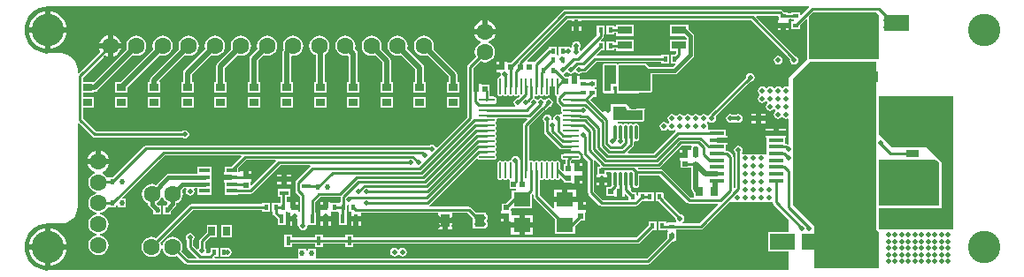
<source format=gbl>
G04 Layer_Physical_Order=4*
G04 Layer_Color=16711680*
%FSAX25Y25*%
%MOIN*%
G70*
G01*
G75*
%ADD10R,0.01772X0.03347*%
%ADD18R,0.01969X0.02047*%
%ADD19R,0.01772X0.02165*%
%ADD20R,0.02165X0.01772*%
%ADD22R,0.02047X0.01969*%
%ADD43R,0.02756X0.05118*%
%ADD46C,0.01000*%
%ADD47C,0.02000*%
%ADD49C,0.07480*%
%ADD50C,0.06300*%
%ADD51C,0.12205*%
%ADD52C,0.02000*%
%ADD58R,0.05512X0.03150*%
%ADD59R,0.07874X0.04331*%
%ADD60R,0.01181X0.01772*%
%ADD61R,0.06299X0.03937*%
%ADD62R,0.01575X0.03347*%
%ADD63O,0.01181X0.05512*%
%ADD64R,0.09449X0.06102*%
%ADD65R,0.03347X0.01575*%
%ADD66R,0.03347X0.01772*%
%ADD67R,0.02756X0.03543*%
%ADD68R,0.03583X0.04803*%
%ADD69R,0.05800X0.01400*%
%ADD70R,0.03937X0.01772*%
%ADD71O,0.06102X0.00984*%
%ADD72O,0.00984X0.06102*%
%ADD73R,0.06300X0.05500*%
%ADD74R,0.06693X0.04331*%
%ADD75R,0.03347X0.04331*%
%ADD76R,0.05118X0.02756*%
%ADD77R,0.03543X0.02756*%
%ADD78C,0.01500*%
G36*
X0858000Y0580500D02*
X0859500Y0579000D01*
X0859500Y0563000D01*
X0837000Y0563000D01*
Y0580500D01*
X0858000Y0580500D01*
D02*
G37*
G36*
X0799317Y0634383D02*
X0799317Y0633356D01*
X0798917Y0633114D01*
X0798917Y0633044D01*
X0798917Y0633044D01*
Y0632228D01*
X0801000D01*
X0803083D01*
Y0633044D01*
X0803083Y0633044D01*
Y0633114D01*
X0803023Y0633150D01*
X0803162Y0633650D01*
X0803817D01*
Y0633286D01*
X0804794D01*
X0805062Y0632786D01*
X0805014Y0632714D01*
X0803817D01*
Y0629742D01*
X0807183D01*
Y0631325D01*
X0809389Y0633531D01*
X0809851Y0633340D01*
Y0618500D01*
X0809894Y0618394D01*
X0803000Y0611500D01*
Y0608312D01*
X0802500Y0608032D01*
X0802000Y0608131D01*
X0801376Y0608007D01*
X0800846Y0607654D01*
X0800750Y0607509D01*
X0800250D01*
X0800154Y0607654D01*
X0799624Y0608007D01*
X0799000Y0608131D01*
X0798376Y0608007D01*
X0797847Y0607654D01*
X0797750Y0607509D01*
X0797250D01*
X0797154Y0607654D01*
X0796624Y0608007D01*
X0796000Y0608131D01*
X0795376Y0608007D01*
X0794846Y0607654D01*
X0794750Y0607509D01*
X0794250D01*
X0794153Y0607654D01*
X0793624Y0608007D01*
X0793000Y0608131D01*
X0792376Y0608007D01*
X0791847Y0607654D01*
X0791493Y0607124D01*
X0791369Y0606500D01*
X0791493Y0605876D01*
X0791847Y0605346D01*
X0791991Y0605250D01*
Y0604750D01*
X0791847Y0604654D01*
X0791493Y0604124D01*
X0791369Y0603500D01*
X0791493Y0602876D01*
X0791847Y0602347D01*
X0792376Y0601993D01*
X0793000Y0601869D01*
X0793624Y0601993D01*
X0794153Y0602347D01*
X0794250Y0602491D01*
X0794750D01*
X0794846Y0602347D01*
X0794991Y0602250D01*
Y0601750D01*
X0794846Y0601653D01*
X0794493Y0601124D01*
X0794369Y0600500D01*
X0794493Y0599876D01*
X0794846Y0599346D01*
X0795376Y0598993D01*
X0796000Y0598869D01*
X0796624Y0598993D01*
X0797154Y0599346D01*
X0797250Y0599491D01*
X0797750D01*
X0797847Y0599346D01*
X0797991Y0599250D01*
Y0598750D01*
X0797847Y0598654D01*
X0797493Y0598124D01*
X0797369Y0597500D01*
X0797493Y0596876D01*
X0797847Y0596347D01*
X0798376Y0595993D01*
X0799000Y0595869D01*
X0799624Y0595993D01*
X0800154Y0596347D01*
X0800250Y0596491D01*
X0800750D01*
X0800846Y0596347D01*
X0801376Y0595993D01*
X0802000Y0595869D01*
X0802500Y0595968D01*
X0803000Y0595688D01*
Y0586393D01*
X0802707Y0586221D01*
X0802500Y0586168D01*
X0802191Y0586375D01*
X0801761Y0586460D01*
X0801600Y0586908D01*
Y0588757D01*
X0802000D01*
Y0589457D01*
X0794200D01*
Y0588757D01*
X0794600D01*
Y0586598D01*
Y0582499D01*
X0785473Y0582493D01*
X0785443Y0582527D01*
X0785252Y0582993D01*
X0785507Y0583376D01*
X0785631Y0584000D01*
X0785507Y0584624D01*
X0785153Y0585153D01*
X0784624Y0585507D01*
X0784000Y0585631D01*
X0783376Y0585507D01*
X0782846Y0585153D01*
X0782493Y0584624D01*
X0782369Y0584000D01*
X0782493Y0583376D01*
X0782846Y0582846D01*
X0782878Y0582825D01*
Y0570028D01*
X0782597Y0569802D01*
X0782122Y0570012D01*
Y0581500D01*
X0782036Y0581929D01*
X0781793Y0582293D01*
X0781793Y0582293D01*
X0780513Y0583573D01*
X0780150Y0583816D01*
X0779720Y0583901D01*
X0779400Y0584242D01*
Y0586198D01*
X0779800D01*
Y0586898D01*
X0775900D01*
Y0588898D01*
X0779800D01*
Y0589598D01*
X0779400D01*
Y0591757D01*
X0772695D01*
X0772428Y0592257D01*
X0772507Y0592376D01*
X0772631Y0593000D01*
X0772507Y0593624D01*
X0772154Y0594153D01*
X0772118Y0594699D01*
X0772301Y0594882D01*
X0772847Y0594846D01*
X0773376Y0594493D01*
X0774000Y0594369D01*
X0774624Y0594493D01*
X0775153Y0594846D01*
X0775507Y0595376D01*
X0775631Y0596000D01*
X0775507Y0596624D01*
X0775388Y0596802D01*
X0788462Y0609876D01*
X0788500Y0609869D01*
X0789124Y0609993D01*
X0789653Y0610347D01*
X0790007Y0610876D01*
X0790131Y0611500D01*
X0790007Y0612124D01*
X0789653Y0612653D01*
X0789124Y0613007D01*
X0788500Y0613131D01*
X0787876Y0613007D01*
X0787347Y0612653D01*
X0786993Y0612124D01*
X0786869Y0611500D01*
X0786876Y0611462D01*
X0773207Y0597793D01*
X0772964Y0597429D01*
X0772919Y0597202D01*
X0772847Y0597154D01*
X0772750Y0597009D01*
X0772250D01*
X0772154Y0597154D01*
X0771624Y0597507D01*
X0771000Y0597631D01*
X0770376Y0597507D01*
X0769846Y0597154D01*
X0769750Y0597009D01*
X0769250D01*
X0769153Y0597154D01*
X0768624Y0597507D01*
X0768000Y0597631D01*
X0767376Y0597507D01*
X0766847Y0597154D01*
X0766750Y0597009D01*
X0766250D01*
X0766153Y0597154D01*
X0765624Y0597507D01*
X0765000Y0597631D01*
X0764376Y0597507D01*
X0763846Y0597154D01*
X0763750Y0597009D01*
X0763250D01*
X0763154Y0597154D01*
X0762624Y0597507D01*
X0762000Y0597631D01*
X0761376Y0597507D01*
X0760847Y0597154D01*
X0760750Y0597009D01*
X0760250D01*
X0760153Y0597154D01*
X0759624Y0597507D01*
X0759000Y0597631D01*
X0758376Y0597507D01*
X0757846Y0597154D01*
X0757493Y0596624D01*
X0757369Y0596000D01*
X0757493Y0595376D01*
X0757846Y0594846D01*
X0757882Y0594301D01*
X0757699Y0594118D01*
X0757154Y0594153D01*
X0756624Y0594507D01*
X0756000Y0594631D01*
X0755376Y0594507D01*
X0754846Y0594153D01*
X0754493Y0593624D01*
X0754369Y0593000D01*
X0754493Y0592376D01*
X0754846Y0591847D01*
X0755376Y0591493D01*
X0756000Y0591369D01*
X0756624Y0591493D01*
X0757154Y0591847D01*
X0757250Y0591991D01*
X0757750D01*
X0757846Y0591847D01*
X0758376Y0591493D01*
X0759000Y0591369D01*
X0759624Y0591493D01*
X0760153Y0591847D01*
X0760346Y0591719D01*
X0760301Y0591250D01*
X0760301Y0591250D01*
X0751973Y0582922D01*
X0742424D01*
X0742232Y0583384D01*
X0744262Y0585413D01*
X0744262Y0585413D01*
X0744505Y0585777D01*
X0744590Y0586206D01*
X0744590Y0586206D01*
Y0587271D01*
X0745090Y0587548D01*
X0745437Y0587479D01*
X0745901Y0587571D01*
X0746295Y0587835D01*
X0746559Y0588228D01*
X0746651Y0588693D01*
Y0593024D01*
X0746559Y0593488D01*
X0746295Y0593882D01*
X0745901Y0594145D01*
X0745437Y0594238D01*
X0744973Y0594145D01*
X0744579Y0593882D01*
X0744327D01*
X0743933Y0594145D01*
X0743469Y0594238D01*
X0743004Y0594145D01*
X0742852Y0594043D01*
X0742484Y0593923D01*
X0742117Y0594043D01*
X0741964Y0594145D01*
X0741500Y0594238D01*
X0741036Y0594145D01*
X0740883Y0594043D01*
X0740516Y0593923D01*
X0740148Y0594043D01*
X0739996Y0594145D01*
X0739532Y0594238D01*
X0739067Y0594145D01*
X0738832Y0593988D01*
X0738710Y0594170D01*
X0738440Y0594351D01*
X0738592Y0594851D01*
X0748000Y0594850D01*
X0748459Y0595041D01*
X0748649Y0595500D01*
X0748649Y0599000D01*
X0748566Y0599201D01*
X0748871Y0599701D01*
X0747793D01*
X0747734Y0599649D01*
X0746524D01*
Y0599701D01*
X0743000Y0599701D01*
X0743000Y0600500D01*
X0742000Y0601500D01*
X0736000D01*
Y0599000D01*
X0734941D01*
Y0598662D01*
X0733350D01*
Y0598622D01*
X0732889Y0598430D01*
X0728100Y0603218D01*
X0729124Y0604243D01*
X0730683D01*
Y0607214D01*
X0729962D01*
X0729775Y0607714D01*
X0729857Y0607786D01*
X0730683D01*
Y0610757D01*
X0729656D01*
X0729624Y0610779D01*
X0729000Y0610903D01*
X0728376Y0610779D01*
X0728344Y0610757D01*
X0727317D01*
Y0610757D01*
X0727183D01*
Y0610757D01*
X0724098D01*
Y0612024D01*
X0723114D01*
Y0610000D01*
X0721114D01*
Y0612024D01*
X0720130D01*
Y0611624D01*
X0718925D01*
X0718886Y0611631D01*
X0718848Y0611624D01*
X0718093Y0612379D01*
X0718259Y0612920D01*
X0718624Y0612993D01*
X0719153Y0613346D01*
X0719250Y0613491D01*
X0719750D01*
X0719846Y0613346D01*
X0720376Y0612993D01*
X0721000Y0612869D01*
X0721624Y0612993D01*
X0722154Y0613346D01*
X0722250Y0613491D01*
X0722750D01*
X0722847Y0613346D01*
X0723376Y0612993D01*
X0724000Y0612869D01*
X0724624Y0612993D01*
X0725153Y0613346D01*
X0725175Y0613378D01*
X0726000D01*
X0726000Y0613378D01*
X0726429Y0613464D01*
X0726793Y0613707D01*
X0730465Y0617378D01*
X0755014D01*
Y0616817D01*
X0757986D01*
Y0620183D01*
X0755014D01*
Y0619622D01*
X0730643D01*
X0730436Y0620122D01*
X0732132Y0621817D01*
X0733714D01*
Y0625183D01*
X0732392D01*
X0732201Y0625645D01*
X0733021Y0626465D01*
X0733021Y0626465D01*
X0733264Y0626829D01*
X0733350Y0627258D01*
Y0627817D01*
X0733714D01*
Y0631183D01*
X0730743D01*
Y0627817D01*
X0730743D01*
X0730713Y0627329D01*
X0724983Y0621599D01*
X0724425Y0621748D01*
X0724387Y0621804D01*
Y0622696D01*
X0724507Y0622876D01*
X0724631Y0623500D01*
X0724507Y0624124D01*
X0724387Y0624303D01*
Y0624647D01*
X0724158D01*
X0724154Y0624653D01*
X0723624Y0625007D01*
X0723000Y0625131D01*
X0722376Y0625007D01*
X0721846Y0624653D01*
X0721842Y0624647D01*
X0721613D01*
Y0624303D01*
X0721493Y0624124D01*
X0721369Y0623500D01*
X0721464Y0623020D01*
X0721031Y0622735D01*
X0720624Y0623007D01*
X0720000Y0623131D01*
X0719758Y0623083D01*
X0719257Y0623183D01*
Y0623183D01*
X0719257Y0623183D01*
X0716286D01*
Y0619956D01*
X0716214Y0619882D01*
X0715714Y0620084D01*
Y0623183D01*
X0712743D01*
Y0622570D01*
X0712571Y0622536D01*
X0712207Y0622293D01*
X0712207Y0622293D01*
X0707551Y0617637D01*
X0707098Y0617524D01*
X0707098Y0617524D01*
Y0617524D01*
X0707098Y0617524D01*
X0704640D01*
X0704449Y0617986D01*
X0719741Y0633278D01*
X0721213D01*
Y0632626D01*
X0724787D01*
Y0633278D01*
X0788666D01*
X0803464Y0618480D01*
X0803369Y0618000D01*
X0803493Y0617376D01*
X0803846Y0616847D01*
X0804376Y0616493D01*
X0805000Y0616369D01*
X0805624Y0616493D01*
X0806153Y0616847D01*
X0806507Y0617376D01*
X0806631Y0618000D01*
X0806507Y0618624D01*
X0806153Y0619153D01*
X0805624Y0619507D01*
X0805605Y0619511D01*
X0790700Y0634416D01*
X0790891Y0634878D01*
X0798822D01*
X0799317Y0634383D01*
D02*
G37*
G36*
X0609892Y0579978D02*
X0600574Y0570660D01*
X0600428Y0570721D01*
X0600125Y0570918D01*
X0600124Y0570925D01*
Y0572130D01*
X0600524D01*
Y0573114D01*
X0598500D01*
Y0574114D01*
X0597500D01*
Y0576098D01*
X0596476D01*
Y0576094D01*
X0596038Y0575782D01*
X0595687Y0575898D01*
Y0577321D01*
X0598844Y0580478D01*
X0609685D01*
X0609892Y0579978D01*
D02*
G37*
G36*
X0766507Y0585378D02*
X0766351Y0585000D01*
Y0584463D01*
X0766024Y0584098D01*
X0765000D01*
Y0582114D01*
X0764000D01*
Y0581114D01*
X0761976D01*
Y0580130D01*
X0762376D01*
Y0577302D01*
X0765624D01*
Y0577607D01*
X0766317D01*
Y0577243D01*
X0766369D01*
Y0569350D01*
X0766493Y0568726D01*
X0766847Y0568197D01*
X0767266Y0567777D01*
Y0566128D01*
X0766769Y0566122D01*
X0765965D01*
X0755564Y0576522D01*
X0755200Y0576766D01*
X0754771Y0576851D01*
X0754771Y0576851D01*
X0746209D01*
X0746120Y0576978D01*
X0746380Y0577478D01*
X0753763D01*
X0753763Y0577478D01*
X0754192Y0577564D01*
X0754556Y0577807D01*
X0762627Y0585878D01*
X0766307D01*
X0766507Y0585378D01*
D02*
G37*
G36*
X0714760Y0608152D02*
Y0605634D01*
X0714845Y0605207D01*
X0714906Y0605117D01*
Y0604507D01*
X0714981Y0604558D01*
X0715395Y0604640D01*
X0715448Y0604605D01*
X0715665Y0604052D01*
X0715621Y0603833D01*
X0715621Y0603833D01*
Y0602514D01*
X0715621Y0602514D01*
X0715706Y0602084D01*
X0715950Y0601721D01*
X0717254Y0600416D01*
X0717262Y0600407D01*
X0717280Y0600383D01*
X0717364Y0599749D01*
X0717306Y0599662D01*
X0717221Y0599236D01*
X0717306Y0598810D01*
X0717451Y0598592D01*
X0717512Y0598252D01*
X0717451Y0597912D01*
X0717306Y0597694D01*
X0717299Y0597658D01*
X0716743Y0597428D01*
X0716624Y0597507D01*
X0716499Y0597532D01*
X0716429Y0597579D01*
X0716000Y0597664D01*
X0715571Y0597579D01*
X0715501Y0597532D01*
X0715376Y0597507D01*
X0714847Y0597154D01*
X0714493Y0596624D01*
X0714369Y0596000D01*
X0714389Y0595899D01*
X0714011Y0595400D01*
X0713622Y0595830D01*
X0713631Y0595876D01*
X0713507Y0596501D01*
X0713154Y0597030D01*
X0712624Y0597384D01*
X0712000Y0597508D01*
X0711376Y0597384D01*
X0710847Y0597030D01*
X0710493Y0596501D01*
X0710369Y0595876D01*
X0710493Y0595252D01*
X0710778Y0594825D01*
Y0591020D01*
X0710778Y0591020D01*
X0710864Y0590591D01*
X0711107Y0590227D01*
X0716670Y0584664D01*
X0716670Y0584663D01*
X0717034Y0584420D01*
X0717034Y0584420D01*
X0717463Y0584335D01*
X0717463Y0584335D01*
X0720894D01*
Y0582641D01*
X0720853Y0582633D01*
X0718335D01*
X0717908Y0582549D01*
X0717818Y0582488D01*
X0717208D01*
X0717259Y0582412D01*
X0717341Y0581999D01*
X0717306Y0581946D01*
X0717221Y0581520D01*
X0717306Y0581094D01*
X0717547Y0580732D01*
X0717909Y0580491D01*
X0718335Y0580406D01*
X0718764D01*
Y0578624D01*
X0718302D01*
Y0577237D01*
X0718255Y0577000D01*
X0718302Y0576763D01*
Y0576312D01*
X0717840Y0576121D01*
X0716988Y0576973D01*
Y0579059D01*
X0716903Y0579485D01*
X0716661Y0579846D01*
X0716300Y0580088D01*
X0715874Y0580173D01*
X0715448Y0580088D01*
X0715087Y0579846D01*
X0714693D01*
X0714332Y0580088D01*
X0713906Y0580173D01*
X0713480Y0580088D01*
X0713262Y0579942D01*
X0712921Y0579882D01*
X0712581Y0579942D01*
X0712363Y0580088D01*
X0711937Y0580173D01*
X0711511Y0580088D01*
X0711150Y0579846D01*
X0710756D01*
X0710395Y0580088D01*
X0709969Y0580173D01*
X0709543Y0580088D01*
X0709325Y0579942D01*
X0708984Y0579882D01*
X0708644Y0579942D01*
X0708426Y0580088D01*
X0708000Y0580173D01*
X0707574Y0580088D01*
X0707213Y0579846D01*
X0706819D01*
X0706458Y0580088D01*
X0706032Y0580173D01*
X0705685Y0580103D01*
X0705422Y0580228D01*
X0705185Y0580408D01*
Y0593098D01*
X0711052Y0598966D01*
X0711263Y0599107D01*
X0712493Y0600337D01*
X0712493Y0600337D01*
X0712516Y0600372D01*
X0713124Y0600493D01*
X0713654Y0600846D01*
X0714007Y0601376D01*
X0714131Y0602000D01*
X0714007Y0602624D01*
X0713654Y0603154D01*
X0713124Y0603507D01*
X0712500Y0603631D01*
X0711876Y0603507D01*
X0711352Y0603157D01*
X0711234Y0603084D01*
X0710866D01*
X0710748Y0603157D01*
X0710224Y0603507D01*
X0709600Y0603631D01*
X0708976Y0603507D01*
X0708447Y0603154D01*
X0708153D01*
X0707624Y0603507D01*
X0707077Y0603616D01*
X0707153Y0604001D01*
Y0604285D01*
X0707388Y0604464D01*
X0707653Y0604589D01*
X0708000Y0604520D01*
X0708426Y0604605D01*
X0708644Y0604750D01*
X0708984Y0604811D01*
X0709325Y0604750D01*
X0709543Y0604605D01*
X0709969Y0604520D01*
X0710395Y0604605D01*
X0710612Y0604750D01*
X0710953Y0604811D01*
X0711293Y0604750D01*
X0711511Y0604605D01*
X0711937Y0604520D01*
X0712363Y0604605D01*
X0712416Y0604640D01*
X0712830Y0604558D01*
X0712906Y0604507D01*
Y0605117D01*
X0712966Y0605207D01*
X0713051Y0605634D01*
Y0608193D01*
X0714752D01*
X0714760Y0608152D01*
D02*
G37*
G36*
X0865000Y0554000D02*
X0837000D01*
X0837000Y0562000D01*
X0860500Y0562000D01*
Y0579500D01*
X0855000Y0585000D01*
X0842000D01*
X0837000Y0590000D01*
X0837000Y0604500D01*
X0865000D01*
Y0554000D01*
D02*
G37*
G36*
X0837000Y0635000D02*
Y0618500D01*
X0810500Y0618500D01*
Y0634500D01*
X0812000Y0636000D01*
X0836000D01*
X0837000Y0635000D01*
D02*
G37*
G36*
X0731910Y0578453D02*
X0731759Y0577897D01*
X0731461Y0577698D01*
X0730876D01*
Y0576506D01*
X0730869Y0576468D01*
X0730876Y0576431D01*
Y0574870D01*
X0730476D01*
Y0573886D01*
X0732500D01*
X0734524D01*
Y0574870D01*
X0734124D01*
Y0575876D01*
X0735956D01*
X0736363Y0575376D01*
X0736349Y0575307D01*
Y0570976D01*
X0736364Y0570900D01*
X0735588Y0570124D01*
X0734302D01*
Y0566876D01*
X0737130D01*
Y0566476D01*
X0738114D01*
Y0568500D01*
X0740114D01*
Y0566476D01*
X0741098D01*
Y0567390D01*
X0741560Y0567582D01*
X0742742Y0566400D01*
Y0565122D01*
X0733003D01*
X0729622Y0568503D01*
Y0580034D01*
X0730122Y0580241D01*
X0731910Y0578453D01*
D02*
G37*
G36*
X0836000Y0617500D02*
X0836000Y0601500D01*
Y0563000D01*
X0836000Y0554000D01*
X0837000Y0553000D01*
Y0539500D01*
X0833000D01*
X0812500Y0539500D01*
Y0555500D01*
X0804500Y0563500D01*
Y0611000D01*
X0811000Y0617500D01*
X0836000Y0617500D01*
D02*
G37*
G36*
X0524000Y0638378D02*
X0810500D01*
Y0637815D01*
X0807645Y0634959D01*
X0807183Y0635150D01*
Y0636258D01*
X0803817D01*
Y0635893D01*
X0802683D01*
Y0636258D01*
X0801100D01*
X0800565Y0636793D01*
X0800201Y0637036D01*
X0799772Y0637122D01*
X0799772Y0637122D01*
X0718614D01*
X0718614Y0637122D01*
X0718185Y0637036D01*
X0717821Y0636793D01*
X0717821Y0636793D01*
X0698152Y0617124D01*
X0696870D01*
Y0617524D01*
X0695886D01*
Y0615500D01*
X0694886D01*
Y0614500D01*
X0692902D01*
Y0613476D01*
X0694151D01*
X0694469Y0613090D01*
X0694426Y0612876D01*
X0694538Y0612312D01*
X0694374Y0612045D01*
X0694221Y0611865D01*
X0693794Y0611781D01*
X0693433Y0611539D01*
X0693192Y0611178D01*
X0693107Y0610752D01*
Y0605634D01*
X0693192Y0605208D01*
X0693433Y0604846D01*
X0693794Y0604605D01*
X0694221Y0604520D01*
X0694647Y0604605D01*
X0694864Y0604750D01*
X0695205Y0604811D01*
X0695545Y0604750D01*
X0695763Y0604605D01*
X0696189Y0604520D01*
X0696615Y0604605D01*
X0696833Y0604750D01*
X0697173Y0604811D01*
X0697514Y0604750D01*
X0697731Y0604605D01*
X0698158Y0604520D01*
X0698584Y0604605D01*
X0698801Y0604750D01*
X0699142Y0604811D01*
X0699482Y0604750D01*
X0699700Y0604605D01*
X0700126Y0604520D01*
X0700552Y0604605D01*
X0700770Y0604750D01*
X0701110Y0604811D01*
X0701451Y0604750D01*
X0701455Y0604748D01*
X0701568Y0604154D01*
X0701038Y0603624D01*
X0701000Y0603631D01*
X0700376Y0603507D01*
X0699847Y0603154D01*
X0699493Y0602624D01*
X0699369Y0602000D01*
X0699493Y0601376D01*
X0699839Y0600858D01*
X0699826Y0600786D01*
X0699678Y0600358D01*
X0693544D01*
X0693212Y0600858D01*
X0693281Y0601205D01*
X0693165Y0601787D01*
X0692836Y0602280D01*
X0692753Y0602694D01*
X0692789Y0602747D01*
X0692873Y0603173D01*
X0692789Y0603599D01*
X0692547Y0603961D01*
X0692186Y0604202D01*
X0691760Y0604287D01*
X0690322D01*
Y0606413D01*
X0690322Y0606413D01*
X0690237Y0606843D01*
X0690219Y0606869D01*
X0690245Y0607000D01*
X0690198Y0607237D01*
Y0608624D01*
X0688653D01*
X0688614Y0608631D01*
X0688575Y0608624D01*
X0687370D01*
Y0609024D01*
X0686386D01*
Y0607000D01*
X0684386D01*
Y0609024D01*
X0684122D01*
Y0615098D01*
X0686751Y0617728D01*
X0687521Y0617410D01*
X0688500Y0617281D01*
X0689479Y0617410D01*
X0690391Y0617787D01*
X0691175Y0618389D01*
X0691776Y0619172D01*
X0692154Y0620084D01*
X0692282Y0621063D01*
X0692154Y0622042D01*
X0691776Y0622954D01*
X0691175Y0623737D01*
X0690391Y0624339D01*
X0689970Y0624513D01*
Y0625054D01*
X0690593Y0625312D01*
X0691460Y0625977D01*
X0692125Y0626844D01*
X0692543Y0627854D01*
X0692554Y0627937D01*
X0688500D01*
X0684446D01*
X0684457Y0627854D01*
X0684875Y0626844D01*
X0685540Y0625977D01*
X0686407Y0625312D01*
X0687030Y0625054D01*
Y0624513D01*
X0686609Y0624339D01*
X0685825Y0623737D01*
X0685224Y0622954D01*
X0684846Y0622042D01*
X0684718Y0621063D01*
X0684846Y0620084D01*
X0685165Y0619314D01*
X0682207Y0616356D01*
X0681964Y0615992D01*
X0681878Y0615563D01*
X0681878Y0615563D01*
Y0596465D01*
X0670488Y0585074D01*
X0669937Y0585230D01*
X0669654Y0585653D01*
X0669124Y0586007D01*
X0668500Y0586131D01*
X0667876Y0586007D01*
X0667748Y0585922D01*
X0561028D01*
X0560599Y0585836D01*
X0560235Y0585593D01*
X0560235Y0585593D01*
X0548325Y0573683D01*
X0546742D01*
Y0573683D01*
X0546276Y0573764D01*
X0546276Y0573765D01*
X0545675Y0574548D01*
X0544891Y0575150D01*
X0544470Y0575324D01*
Y0575865D01*
X0545093Y0576123D01*
X0545960Y0576788D01*
X0546625Y0577655D01*
X0547043Y0578665D01*
X0547054Y0578748D01*
X0543000D01*
X0538946D01*
X0538957Y0578665D01*
X0539375Y0577655D01*
X0540040Y0576788D01*
X0540907Y0576123D01*
X0541530Y0575865D01*
Y0575324D01*
X0541109Y0575150D01*
X0540325Y0574548D01*
X0539724Y0573765D01*
X0539347Y0572853D01*
X0539218Y0571874D01*
X0539347Y0570895D01*
X0539724Y0569983D01*
X0540325Y0569200D01*
X0541109Y0568598D01*
X0542021Y0568221D01*
X0542259Y0568189D01*
Y0567685D01*
X0542021Y0567654D01*
X0541109Y0567276D01*
X0540325Y0566675D01*
X0539724Y0565891D01*
X0539347Y0564979D01*
X0539218Y0564000D01*
X0539347Y0563021D01*
X0539724Y0562109D01*
X0540325Y0561326D01*
X0541109Y0560724D01*
X0542021Y0560347D01*
X0542358Y0560302D01*
Y0559798D01*
X0542021Y0559754D01*
X0541109Y0559376D01*
X0540325Y0558775D01*
X0539724Y0557991D01*
X0539347Y0557079D01*
X0539218Y0556100D01*
X0539347Y0555121D01*
X0539724Y0554209D01*
X0540325Y0553426D01*
X0541109Y0552824D01*
X0542021Y0552447D01*
X0542358Y0552402D01*
Y0551898D01*
X0542021Y0551854D01*
X0541109Y0551476D01*
X0540325Y0550875D01*
X0539724Y0550091D01*
X0539347Y0549179D01*
X0539218Y0548200D01*
X0539347Y0547221D01*
X0539724Y0546309D01*
X0540325Y0545526D01*
X0541109Y0544924D01*
X0542021Y0544547D01*
X0543000Y0544418D01*
X0543979Y0544547D01*
X0544891Y0544924D01*
X0545675Y0545526D01*
X0546276Y0546309D01*
X0546654Y0547221D01*
X0546782Y0548200D01*
X0546654Y0549179D01*
X0546276Y0550091D01*
X0545675Y0550875D01*
X0544891Y0551476D01*
X0543979Y0551854D01*
X0543642Y0551898D01*
Y0552402D01*
X0543979Y0552447D01*
X0544891Y0552824D01*
X0545675Y0553426D01*
X0546276Y0554209D01*
X0546654Y0555121D01*
X0546782Y0556100D01*
X0546654Y0557079D01*
X0546276Y0557991D01*
X0545675Y0558775D01*
X0544891Y0559376D01*
X0543979Y0559754D01*
X0543642Y0559798D01*
Y0560302D01*
X0543979Y0560347D01*
X0544891Y0560724D01*
X0545675Y0561326D01*
X0546276Y0562109D01*
X0546302Y0562173D01*
X0546742Y0562317D01*
Y0562317D01*
X0549714D01*
Y0563038D01*
X0550214Y0563225D01*
X0550286Y0563143D01*
Y0562317D01*
X0553258D01*
Y0563344D01*
X0553279Y0563376D01*
X0553403Y0564000D01*
X0553279Y0564624D01*
X0553258Y0564656D01*
Y0565683D01*
X0552150D01*
X0551959Y0566145D01*
X0567893Y0582078D01*
X0596619D01*
X0596810Y0581616D01*
X0593018Y0577824D01*
X0590550D01*
Y0575665D01*
X0590150D01*
Y0574780D01*
X0593118D01*
Y0572780D01*
X0590150D01*
Y0571894D01*
X0590550D01*
Y0567176D01*
X0595687D01*
Y0567540D01*
X0600161D01*
X0600161Y0567540D01*
X0600591Y0567625D01*
X0600954Y0567868D01*
X0611465Y0578378D01*
X0622683D01*
X0622835Y0577878D01*
X0622707Y0577793D01*
X0622707Y0577793D01*
X0617587Y0572673D01*
X0617344Y0572309D01*
X0617259Y0571880D01*
X0617259Y0571880D01*
Y0568620D01*
X0617259Y0568620D01*
X0617344Y0568190D01*
X0617587Y0567827D01*
X0618926Y0566488D01*
Y0560827D01*
X0618157D01*
Y0561500D01*
X0616272D01*
Y0562500D01*
X0615272D01*
Y0564583D01*
X0614456D01*
X0614456Y0564583D01*
X0614386D01*
X0614350Y0564523D01*
X0613850Y0564662D01*
Y0566455D01*
X0615120D01*
Y0569427D01*
X0610573D01*
Y0566455D01*
X0611607D01*
Y0564183D01*
X0608286D01*
Y0560817D01*
X0608650D01*
Y0560323D01*
X0608650Y0560323D01*
X0608736Y0559894D01*
X0608979Y0559530D01*
X0610455Y0558053D01*
Y0555880D01*
X0613427D01*
Y0560406D01*
X0613733Y0560800D01*
X0614158Y0560795D01*
X0614386Y0560417D01*
X0614456Y0560417D01*
X0614456Y0560417D01*
X0615173D01*
Y0559154D01*
X0617059D01*
Y0558153D01*
X0618059D01*
Y0555480D01*
X0618392D01*
X0618416Y0555451D01*
X0618540Y0554826D01*
X0618894Y0554297D01*
X0619423Y0553944D01*
X0620047Y0553820D01*
X0620672Y0553944D01*
X0621201Y0554297D01*
X0621555Y0554826D01*
X0621679Y0555451D01*
X0621669Y0555499D01*
X0622103Y0555880D01*
X0624927D01*
Y0560427D01*
X0624563D01*
Y0564476D01*
X0626465Y0566378D01*
X0634000D01*
X0634000Y0566378D01*
X0634107Y0566291D01*
Y0564510D01*
X0633743Y0564183D01*
X0633486D01*
Y0564183D01*
X0630584Y0564183D01*
X0630342Y0564583D01*
X0630273Y0564583D01*
X0630273Y0564583D01*
X0629457D01*
Y0562500D01*
X0628457D01*
Y0561500D01*
X0626571D01*
Y0560417D01*
X0626673D01*
Y0559154D01*
X0628559D01*
X0630445D01*
Y0560346D01*
X0630514Y0560817D01*
X0630839Y0560817D01*
X0633191D01*
X0633455Y0560427D01*
X0633455Y0560330D01*
Y0555880D01*
X0636427D01*
Y0560427D01*
X0636691Y0560817D01*
X0636714D01*
Y0563145D01*
X0637214Y0563462D01*
X0637286Y0563428D01*
Y0560817D01*
X0638173D01*
Y0559154D01*
X0640059D01*
X0641945D01*
Y0560378D01*
X0670772D01*
Y0558500D01*
X0676354D01*
Y0560378D01*
X0681972D01*
X0683873Y0558478D01*
X0683993Y0557876D01*
X0684046Y0557797D01*
Y0556703D01*
X0683993Y0556624D01*
X0683869Y0556000D01*
X0683993Y0555376D01*
X0684046Y0555297D01*
Y0554498D01*
X0684867D01*
X0684876Y0554493D01*
X0685500Y0554369D01*
X0686124Y0554493D01*
X0686133Y0554498D01*
X0687367D01*
X0687376Y0554493D01*
X0688000Y0554369D01*
X0688624Y0554493D01*
X0688633Y0554498D01*
X0688828D01*
Y0554629D01*
X0689153Y0554846D01*
X0689507Y0555376D01*
X0689631Y0556000D01*
X0689507Y0556624D01*
X0689342Y0556871D01*
X0689192Y0557250D01*
X0689342Y0557629D01*
X0689507Y0557876D01*
X0689631Y0558500D01*
X0689507Y0559124D01*
X0689153Y0559654D01*
X0688828Y0559871D01*
Y0560502D01*
X0685022D01*
X0683230Y0562293D01*
X0682866Y0562536D01*
X0682437Y0562622D01*
X0682437Y0562622D01*
X0667688D01*
X0667536Y0563122D01*
X0667664Y0563207D01*
X0685227Y0580771D01*
X0685854Y0580732D01*
X0686216Y0580491D01*
X0686642Y0580406D01*
X0691760D01*
X0692186Y0580491D01*
X0692547Y0580732D01*
X0692789Y0581094D01*
X0692873Y0581520D01*
X0692789Y0581946D01*
X0692643Y0582163D01*
X0692582Y0582504D01*
X0692643Y0582844D01*
X0692789Y0583062D01*
X0692873Y0583488D01*
X0692789Y0583914D01*
X0692643Y0584132D01*
X0692582Y0584472D01*
X0692643Y0584813D01*
X0692789Y0585031D01*
X0692873Y0585457D01*
X0692789Y0585883D01*
X0692643Y0586100D01*
X0692582Y0586441D01*
X0692643Y0586781D01*
X0692789Y0586999D01*
X0692873Y0587425D01*
X0692789Y0587851D01*
X0692643Y0588069D01*
X0692582Y0588409D01*
X0692643Y0588750D01*
X0692789Y0588968D01*
X0692873Y0589394D01*
X0692789Y0589820D01*
X0692643Y0590037D01*
X0692582Y0590378D01*
X0692643Y0590718D01*
X0692789Y0590936D01*
X0692873Y0591362D01*
X0692789Y0591788D01*
X0692643Y0592006D01*
X0692582Y0592346D01*
X0692643Y0592687D01*
X0692789Y0592905D01*
X0692873Y0593331D01*
X0692789Y0593757D01*
X0692643Y0593974D01*
X0692582Y0594315D01*
X0692643Y0594655D01*
X0692789Y0594873D01*
X0692873Y0595299D01*
X0692804Y0595646D01*
X0692930Y0595911D01*
X0693109Y0596146D01*
X0704407D01*
X0704598Y0595684D01*
X0703270Y0594356D01*
X0703027Y0593992D01*
X0702941Y0593563D01*
X0702941Y0593563D01*
Y0580843D01*
X0702441Y0580511D01*
X0702095Y0580580D01*
X0701567Y0580476D01*
X0701502Y0580805D01*
X0701148Y0581334D01*
X0700619Y0581688D01*
X0699995Y0581812D01*
X0699370Y0581688D01*
X0698841Y0581334D01*
X0698487Y0580805D01*
X0698363Y0580181D01*
X0698215Y0580161D01*
X0698158Y0580173D01*
X0697731Y0580088D01*
X0697514Y0579942D01*
X0697173Y0579882D01*
X0696833Y0579942D01*
X0696615Y0580088D01*
X0696189Y0580173D01*
X0695763Y0580088D01*
X0695545Y0579942D01*
X0695205Y0579882D01*
X0694864Y0579942D01*
X0694647Y0580088D01*
X0694221Y0580173D01*
X0693794Y0580088D01*
X0693433Y0579846D01*
X0693192Y0579485D01*
X0693107Y0579059D01*
Y0573941D01*
X0693192Y0573515D01*
X0693433Y0573154D01*
X0693794Y0572912D01*
X0694221Y0572827D01*
X0694647Y0572912D01*
X0694864Y0573058D01*
X0695205Y0573118D01*
X0695545Y0573058D01*
X0695763Y0572912D01*
X0696189Y0572827D01*
X0696615Y0572912D01*
X0696833Y0573058D01*
X0697173Y0573118D01*
X0697514Y0573058D01*
X0697563Y0573025D01*
X0697802Y0572624D01*
X0697802Y0572529D01*
Y0571188D01*
X0697764Y0571000D01*
X0697802Y0570812D01*
Y0569376D01*
X0700276D01*
X0700338Y0569315D01*
X0700373Y0569092D01*
X0700034Y0568700D01*
X0698686D01*
Y0566050D01*
X0696584Y0563948D01*
X0694963D01*
Y0561120D01*
X0694562D01*
Y0560136D01*
X0696586D01*
Y0559135D01*
X0697586D01*
Y0557151D01*
X0698286D01*
Y0556850D01*
X0701436D01*
Y0559600D01*
X0698610D01*
Y0561120D01*
X0698210D01*
Y0561943D01*
X0698686Y0562000D01*
Y0562000D01*
X0706186D01*
Y0567245D01*
X0706378Y0567388D01*
X0706878Y0567136D01*
Y0566586D01*
X0706878Y0566586D01*
X0706964Y0566157D01*
X0707207Y0565793D01*
X0714986Y0558014D01*
Y0552500D01*
X0722486D01*
Y0555449D01*
X0724588Y0557551D01*
X0726210D01*
Y0560380D01*
X0726610D01*
Y0561364D01*
X0724586D01*
Y0562364D01*
X0723586D01*
Y0564348D01*
X0722886D01*
Y0564350D01*
X0714586D01*
Y0562293D01*
X0714086Y0562086D01*
X0709122Y0567051D01*
Y0572592D01*
X0709359Y0572772D01*
X0709622Y0572896D01*
X0709969Y0572827D01*
X0710395Y0572912D01*
X0710612Y0573058D01*
X0710953Y0573118D01*
X0711293Y0573058D01*
X0711511Y0572912D01*
X0711937Y0572827D01*
X0712363Y0572912D01*
X0712581Y0573058D01*
X0712921Y0573118D01*
X0713262Y0573058D01*
X0713480Y0572912D01*
X0713906Y0572827D01*
X0714332Y0572912D01*
X0714549Y0573058D01*
X0714890Y0573118D01*
X0715230Y0573058D01*
X0715448Y0572912D01*
X0715874Y0572827D01*
X0716300Y0572912D01*
X0716661Y0573154D01*
X0716768Y0573313D01*
X0717357Y0573431D01*
X0718081Y0572707D01*
X0718302Y0572559D01*
Y0571876D01*
X0719847D01*
X0719886Y0571869D01*
X0719925Y0571876D01*
X0721130D01*
Y0571476D01*
X0722114D01*
Y0573500D01*
X0723114D01*
Y0574500D01*
X0725098D01*
Y0574976D01*
Y0576000D01*
X0723114D01*
Y0577000D01*
X0722114D01*
Y0579024D01*
X0721130D01*
X0721007Y0579473D01*
Y0580047D01*
X0721366Y0580406D01*
X0723453D01*
X0723879Y0580491D01*
X0724240Y0580732D01*
X0724482Y0581094D01*
X0724566Y0581520D01*
X0724482Y0581946D01*
X0724446Y0581999D01*
X0724526Y0582398D01*
X0724816Y0582776D01*
X0725278Y0582650D01*
Y0582399D01*
X0725278Y0582399D01*
X0725364Y0581970D01*
X0725607Y0581606D01*
X0727378Y0579835D01*
Y0568039D01*
X0727378Y0568039D01*
X0727464Y0567610D01*
X0727707Y0567246D01*
X0731746Y0563207D01*
X0731746Y0563207D01*
X0732110Y0562964D01*
X0732539Y0562878D01*
X0745272D01*
X0745272Y0562878D01*
X0745701Y0562964D01*
X0746065Y0563207D01*
X0747675Y0564817D01*
X0752214D01*
Y0568183D01*
X0746286D01*
Y0566986D01*
X0746214Y0566938D01*
X0745714Y0567206D01*
Y0568183D01*
X0744132D01*
X0743437Y0568877D01*
X0743441Y0568939D01*
X0743634Y0569388D01*
X0744089Y0569478D01*
X0744615Y0569830D01*
X0744737Y0570012D01*
X0744973Y0569855D01*
X0745437Y0569763D01*
X0745901Y0569855D01*
X0746295Y0570118D01*
X0746559Y0570512D01*
X0746651Y0570976D01*
Y0574608D01*
X0754306D01*
X0764707Y0564207D01*
X0764707Y0564207D01*
X0765071Y0563964D01*
X0765500Y0563878D01*
X0776139D01*
X0776330Y0563416D01*
X0769307Y0556393D01*
X0763033D01*
X0762882Y0556893D01*
X0763154Y0557075D01*
X0763507Y0557604D01*
X0763631Y0558228D01*
X0763507Y0558853D01*
X0763154Y0559382D01*
X0762624Y0559735D01*
X0762000Y0559860D01*
X0761962Y0559852D01*
X0755758Y0566057D01*
Y0568183D01*
X0752786D01*
Y0564817D01*
X0753825D01*
X0760376Y0558266D01*
X0760369Y0558228D01*
X0760493Y0557604D01*
X0760740Y0557234D01*
X0760490Y0556757D01*
X0757317D01*
Y0556393D01*
X0756757D01*
Y0557183D01*
X0753786D01*
Y0553817D01*
X0756757D01*
Y0554150D01*
X0757317D01*
Y0553786D01*
X0757317D01*
X0757564Y0553286D01*
X0757521Y0553214D01*
X0757317D01*
Y0550903D01*
X0749535Y0543122D01*
X0625176D01*
X0624757Y0543317D01*
X0624757Y0543622D01*
Y0544344D01*
X0624779Y0544376D01*
X0624903Y0545000D01*
X0624779Y0545624D01*
X0624757Y0545656D01*
Y0546683D01*
X0621786D01*
Y0546189D01*
X0621286Y0545989D01*
X0621214Y0546063D01*
Y0546683D01*
X0618243D01*
Y0545656D01*
X0618221Y0545624D01*
X0618097Y0545000D01*
X0618221Y0544376D01*
X0618243Y0544344D01*
X0618243Y0543317D01*
X0617824Y0543122D01*
X0586915D01*
X0586668Y0543622D01*
X0586817Y0543817D01*
X0588214D01*
Y0547183D01*
X0585243D01*
Y0545600D01*
X0584664Y0545022D01*
X0583826D01*
X0583536Y0545522D01*
X0583631Y0546000D01*
X0583507Y0546624D01*
X0583153Y0547154D01*
X0583122Y0547175D01*
Y0549291D01*
X0584959Y0551128D01*
X0587722D01*
Y0555872D01*
X0583766D01*
Y0553108D01*
X0581207Y0550549D01*
X0580964Y0550185D01*
X0580878Y0549756D01*
X0580878Y0549756D01*
Y0547175D01*
X0580847Y0547154D01*
X0580576Y0546748D01*
X0580017Y0546599D01*
X0578622Y0547995D01*
Y0549825D01*
X0578653Y0549847D01*
X0579007Y0550376D01*
X0579131Y0551000D01*
X0579007Y0551624D01*
X0578653Y0552153D01*
X0578124Y0552507D01*
X0577500Y0552631D01*
X0576876Y0552507D01*
X0576346Y0552153D01*
X0575993Y0551624D01*
X0575869Y0551000D01*
X0575993Y0550376D01*
X0576346Y0549847D01*
X0576378Y0549825D01*
Y0547530D01*
X0576378Y0547530D01*
X0576464Y0547101D01*
X0576707Y0546737D01*
X0579860Y0543583D01*
X0579669Y0543122D01*
X0576902D01*
X0574272Y0545751D01*
X0574590Y0546521D01*
X0574719Y0547500D01*
X0574590Y0548479D01*
X0574213Y0549391D01*
X0573611Y0550175D01*
X0572828Y0550776D01*
X0571916Y0551154D01*
X0570937Y0551282D01*
X0569958Y0551154D01*
X0569046Y0550776D01*
X0568262Y0550175D01*
X0567661Y0549391D01*
X0567283Y0548479D01*
X0567252Y0548241D01*
X0566748D01*
X0566716Y0548479D01*
X0566398Y0549249D01*
X0578528Y0561378D01*
X0604742D01*
Y0560817D01*
X0607714D01*
Y0564183D01*
X0604742D01*
Y0563622D01*
X0578063D01*
X0578063Y0563622D01*
X0577634Y0563536D01*
X0577270Y0563293D01*
X0564812Y0550835D01*
X0564042Y0551154D01*
X0563063Y0551282D01*
X0562084Y0551154D01*
X0561172Y0550776D01*
X0560389Y0550175D01*
X0559787Y0549391D01*
X0559410Y0548479D01*
X0559281Y0547500D01*
X0559410Y0546521D01*
X0559787Y0545609D01*
X0560389Y0544826D01*
X0561172Y0544224D01*
X0562084Y0543847D01*
X0563063Y0543718D01*
X0564042Y0543847D01*
X0564954Y0544224D01*
X0565737Y0544826D01*
X0566339Y0545609D01*
X0566716Y0546521D01*
X0566748Y0546759D01*
X0567252D01*
X0567283Y0546521D01*
X0567661Y0545609D01*
X0568262Y0544826D01*
X0569046Y0544224D01*
X0569958Y0543847D01*
X0570937Y0543718D01*
X0571916Y0543847D01*
X0572686Y0544165D01*
X0575644Y0541207D01*
X0575644Y0541207D01*
X0576008Y0540964D01*
X0576437Y0540878D01*
X0750000D01*
X0750000Y0540878D01*
X0750429Y0540964D01*
X0750793Y0541207D01*
X0758962Y0549376D01*
X0759000Y0549369D01*
X0759624Y0549493D01*
X0760153Y0549847D01*
X0760418Y0550243D01*
X0760683D01*
Y0553214D01*
X0760479D01*
X0760436Y0553286D01*
X0760683Y0553786D01*
X0760683D01*
Y0554150D01*
X0769772D01*
X0769772Y0554150D01*
X0770201Y0554236D01*
X0770565Y0554479D01*
X0780586Y0564500D01*
X0796490Y0564500D01*
X0796978Y0564400D01*
X0797064Y0563971D01*
X0797307Y0563607D01*
X0803000Y0557914D01*
Y0553151D01*
X0795172D01*
Y0545849D01*
X0803000D01*
Y0538622D01*
X0524000D01*
X0523952Y0538612D01*
X0522265Y0538778D01*
X0520597Y0539284D01*
X0519059Y0540106D01*
X0517712Y0541212D01*
X0516606Y0542559D01*
X0515784Y0544097D01*
X0515278Y0545765D01*
X0515107Y0547500D01*
X0515278Y0549235D01*
X0515784Y0550903D01*
X0516606Y0552441D01*
X0517712Y0553788D01*
X0519059Y0554894D01*
X0520597Y0555716D01*
X0522265Y0556222D01*
X0523952Y0556388D01*
X0524000Y0556378D01*
X0529000D01*
X0529000Y0556378D01*
Y0556370D01*
X0530196Y0556488D01*
X0531346Y0556837D01*
X0532405Y0557404D01*
X0533334Y0558166D01*
X0534096Y0559095D01*
X0534663Y0560154D01*
X0535012Y0561304D01*
X0535129Y0562500D01*
X0535122Y0562500D01*
Y0594114D01*
X0535622Y0594321D01*
X0540721Y0589221D01*
X0540798Y0589144D01*
X0540978Y0589024D01*
X0541179Y0588941D01*
X0541392Y0588899D01*
X0574339D01*
X0574594Y0588644D01*
X0575182Y0588400D01*
X0575818D01*
X0576406Y0588644D01*
X0576856Y0589094D01*
X0577100Y0589682D01*
Y0590318D01*
X0576856Y0590906D01*
X0576406Y0591356D01*
X0575818Y0591600D01*
X0575182D01*
X0574594Y0591356D01*
X0574339Y0591102D01*
X0541956D01*
X0537102Y0595956D01*
Y0600266D01*
X0541372D01*
Y0604222D01*
X0537102D01*
Y0605778D01*
X0541372D01*
Y0606125D01*
X0541543D01*
X0542168Y0606249D01*
X0542697Y0606602D01*
X0556049Y0619954D01*
X0556308Y0619846D01*
X0557287Y0619718D01*
X0558266Y0619846D01*
X0559179Y0620224D01*
X0559962Y0620825D01*
X0560563Y0621609D01*
X0560941Y0622521D01*
X0561070Y0623500D01*
X0560941Y0624479D01*
X0560563Y0625391D01*
X0559962Y0626174D01*
X0559179Y0626776D01*
X0558266Y0627153D01*
X0557287Y0627282D01*
X0556308Y0627153D01*
X0555396Y0626776D01*
X0554613Y0626174D01*
X0554012Y0625391D01*
X0553634Y0624479D01*
X0553505Y0623500D01*
X0553634Y0622521D01*
X0553742Y0622261D01*
X0541214Y0609734D01*
X0537102D01*
Y0611599D01*
X0544751Y0619249D01*
X0544751D01*
X0544751Y0619249D01*
X0544828Y0619325D01*
X0544948Y0619506D01*
X0544949Y0619506D01*
X0544964Y0619543D01*
X0545058Y0619623D01*
X0545364Y0619759D01*
X0545558Y0619790D01*
X0546361Y0619457D01*
X0546445Y0619446D01*
Y0622500D01*
X0543391D01*
X0543402Y0622417D01*
X0543735Y0621613D01*
X0543514Y0621060D01*
X0543430Y0621043D01*
X0535622Y0613234D01*
X0535122Y0613442D01*
Y0614500D01*
X0535129D01*
X0535012Y0615696D01*
X0534663Y0616846D01*
X0534096Y0617905D01*
X0533334Y0618834D01*
X0532405Y0619596D01*
X0531346Y0620163D01*
X0530196Y0620512D01*
X0529000Y0620630D01*
Y0620622D01*
X0524000D01*
X0523952Y0620612D01*
X0522265Y0620778D01*
X0520597Y0621284D01*
X0519059Y0622106D01*
X0517712Y0623212D01*
X0516606Y0624559D01*
X0515784Y0626097D01*
X0515278Y0627765D01*
X0515107Y0629500D01*
X0515278Y0631235D01*
X0515784Y0632903D01*
X0516606Y0634441D01*
X0517712Y0635788D01*
X0519059Y0636894D01*
X0520597Y0637716D01*
X0522265Y0638222D01*
X0523952Y0638388D01*
X0524000Y0638378D01*
D02*
G37*
G36*
X0741500Y0599000D02*
X0748000Y0599000D01*
X0748000Y0595500D01*
X0737000Y0595500D01*
X0737000Y0600500D01*
X0741500D01*
Y0599000D01*
D02*
G37*
G36*
X0769000Y0585000D02*
Y0581500D01*
X0767000D01*
Y0585000D01*
X0767500Y0585500D01*
X0768500D01*
X0769000Y0585000D01*
D02*
G37*
%LPC*%
G36*
X0802000Y0592157D02*
X0799100D01*
Y0591457D01*
X0802000D01*
Y0592157D01*
D02*
G37*
G36*
X0797100D02*
X0794200D01*
Y0591457D01*
X0797100D01*
Y0592157D01*
D02*
G37*
G36*
X0790626Y0595000D02*
X0788953D01*
Y0594213D01*
X0790626D01*
Y0595000D01*
D02*
G37*
G36*
X0799000Y0619631D02*
X0798376Y0619507D01*
X0797847Y0619153D01*
X0797493Y0618624D01*
X0797369Y0618000D01*
X0797493Y0617376D01*
X0797847Y0616847D01*
X0798376Y0616493D01*
X0799000Y0616369D01*
X0799624Y0616493D01*
X0800154Y0616847D01*
X0800507Y0617376D01*
X0800631Y0618000D01*
X0800507Y0618624D01*
X0800154Y0619153D01*
X0799624Y0619507D01*
X0799000Y0619631D01*
D02*
G37*
G36*
X0744620Y0631529D02*
X0737908D01*
Y0630622D01*
X0737257D01*
Y0631183D01*
X0734286D01*
Y0627817D01*
X0737257D01*
Y0628378D01*
X0737908D01*
Y0627179D01*
X0744620D01*
Y0631529D01*
D02*
G37*
G36*
X0803083Y0630228D02*
X0802000D01*
Y0629343D01*
X0803083D01*
Y0630228D01*
D02*
G37*
G36*
X0744620Y0625820D02*
X0737908D01*
Y0624622D01*
X0737257D01*
Y0625183D01*
X0734286D01*
Y0621817D01*
X0737257D01*
Y0622378D01*
X0737908D01*
Y0621471D01*
X0744620D01*
Y0625820D01*
D02*
G37*
G36*
X0722000Y0630626D02*
X0721213D01*
Y0628953D01*
X0722000D01*
Y0630626D01*
D02*
G37*
G36*
X0800000Y0630228D02*
X0798917D01*
Y0629343D01*
X0800000D01*
Y0630228D01*
D02*
G37*
G36*
X0724787Y0630626D02*
X0724000D01*
Y0628953D01*
X0724787D01*
Y0630626D01*
D02*
G37*
G36*
X0790626Y0597787D02*
X0788953D01*
Y0597000D01*
X0790626D01*
Y0597787D01*
D02*
G37*
G36*
X0794299Y0595000D02*
X0792626D01*
Y0594213D01*
X0794299D01*
Y0595000D01*
D02*
G37*
G36*
Y0597787D02*
X0792626D01*
Y0597000D01*
X0794299D01*
Y0597787D01*
D02*
G37*
G36*
X0784000Y0597631D02*
X0783376Y0597507D01*
X0783196Y0597387D01*
X0781804D01*
X0781624Y0597507D01*
X0781000Y0597631D01*
X0780376Y0597507D01*
X0780197Y0597387D01*
X0780101D01*
Y0597324D01*
X0779846Y0597154D01*
X0779493Y0596624D01*
X0779369Y0596000D01*
X0779493Y0595376D01*
X0779846Y0594846D01*
X0780101Y0594676D01*
Y0594613D01*
X0780197D01*
X0780376Y0594493D01*
X0781000Y0594369D01*
X0781624Y0594493D01*
X0781804Y0594613D01*
X0783196D01*
X0783376Y0594493D01*
X0784000Y0594369D01*
X0784624Y0594493D01*
X0785153Y0594846D01*
X0785507Y0595376D01*
X0785631Y0596000D01*
X0785507Y0596624D01*
X0785153Y0597154D01*
X0784624Y0597507D01*
X0784000Y0597631D01*
D02*
G37*
G36*
X0765092Y0631529D02*
X0758380D01*
Y0627179D01*
X0763874D01*
X0764623Y0626430D01*
Y0625820D01*
X0758380D01*
Y0621471D01*
X0760615D01*
Y0620657D01*
X0760140Y0620183D01*
X0758558D01*
Y0616817D01*
X0760217D01*
X0760409Y0616355D01*
X0759430Y0615377D01*
X0750542D01*
X0749459Y0616459D01*
X0749000Y0616649D01*
X0739000Y0616649D01*
X0738541Y0616459D01*
X0738459D01*
X0738000Y0616649D01*
X0733500D01*
X0733041Y0616459D01*
X0732851Y0616000D01*
Y0606500D01*
X0733041Y0606041D01*
X0733350Y0605912D01*
Y0605500D01*
X0746524Y0605500D01*
Y0605851D01*
X0751000D01*
X0751459Y0606041D01*
X0751649Y0606500D01*
X0751649Y0612624D01*
X0760000D01*
X0760527Y0612728D01*
X0760973Y0613027D01*
X0766973Y0619027D01*
X0767272Y0619473D01*
X0767377Y0620000D01*
Y0627000D01*
X0767377Y0627000D01*
X0767272Y0627527D01*
X0766973Y0627973D01*
X0766973Y0627973D01*
X0765092Y0629854D01*
Y0631529D01*
D02*
G37*
%LPD*%
G36*
X0738000Y0609000D02*
X0736000D01*
Y0606500D01*
X0733500D01*
Y0616000D01*
X0738000D01*
Y0609000D01*
D02*
G37*
G36*
X0749000Y0616000D02*
X0751000Y0614000D01*
X0751000Y0606500D01*
X0739000D01*
Y0616000D01*
X0749000Y0616000D01*
D02*
G37*
%LPC*%
G36*
X0600524Y0576098D02*
X0599500D01*
Y0575114D01*
X0600524D01*
Y0576098D01*
D02*
G37*
G36*
X0763000Y0584098D02*
X0761976D01*
Y0583114D01*
X0763000D01*
Y0584098D01*
D02*
G37*
G36*
X0734524Y0571886D02*
X0733500D01*
Y0570902D01*
X0734524D01*
Y0571886D01*
D02*
G37*
G36*
X0731500D02*
X0730476D01*
Y0570902D01*
X0731500D01*
Y0571886D01*
D02*
G37*
G36*
X0611846Y0572059D02*
X0610173D01*
Y0571173D01*
X0611846D01*
Y0572059D01*
D02*
G37*
G36*
X0717736Y0569100D02*
X0714586D01*
Y0566350D01*
X0717736D01*
Y0569100D01*
D02*
G37*
G36*
X0722886D02*
X0719736D01*
Y0566350D01*
X0722886D01*
Y0569100D01*
D02*
G37*
G36*
X0544000Y0583802D02*
Y0580748D01*
X0547054D01*
X0547043Y0580831D01*
X0546625Y0581841D01*
X0545960Y0582708D01*
X0545093Y0583373D01*
X0544083Y0583791D01*
X0544000Y0583802D01*
D02*
G37*
G36*
X0542000Y0583802D02*
X0541917Y0583791D01*
X0540907Y0583373D01*
X0540040Y0582708D01*
X0539375Y0581841D01*
X0538957Y0580831D01*
X0538946Y0580748D01*
X0542000D01*
Y0583802D01*
D02*
G37*
G36*
X0724114Y0579024D02*
Y0578000D01*
X0725098D01*
Y0579024D01*
X0724114D01*
D02*
G37*
G36*
X0611846Y0574945D02*
X0610173D01*
Y0574059D01*
X0611846D01*
Y0574945D01*
D02*
G37*
G36*
X0725098Y0572500D02*
X0724114D01*
Y0571476D01*
X0725098D01*
Y0572500D01*
D02*
G37*
G36*
X0615520Y0572059D02*
X0613846D01*
Y0571173D01*
X0615520D01*
Y0572059D01*
D02*
G37*
G36*
X0585450Y0577824D02*
X0580313D01*
Y0575156D01*
X0569406D01*
X0569406Y0575156D01*
X0568879Y0575051D01*
X0568432Y0574753D01*
X0568432Y0574753D01*
X0564620Y0570940D01*
X0564105Y0571153D01*
X0563126Y0571282D01*
X0562147Y0571153D01*
X0561235Y0570776D01*
X0560452Y0570175D01*
X0559850Y0569391D01*
X0559473Y0568479D01*
X0559344Y0567500D01*
X0559473Y0566521D01*
X0559850Y0565609D01*
X0560452Y0564825D01*
X0561235Y0564224D01*
X0561750Y0564011D01*
Y0563602D01*
X0561854Y0563076D01*
X0562153Y0562629D01*
X0563742Y0561039D01*
Y0559817D01*
X0566714D01*
Y0563183D01*
X0565492D01*
X0564939Y0563736D01*
X0565097Y0564285D01*
X0565801Y0564825D01*
X0566402Y0565609D01*
X0566780Y0566521D01*
X0566811Y0566759D01*
X0567315D01*
X0567346Y0566521D01*
X0567724Y0565609D01*
X0568326Y0564825D01*
X0568958Y0564340D01*
X0569079Y0563754D01*
X0568508Y0563183D01*
X0567286D01*
Y0559817D01*
X0570258D01*
Y0561039D01*
X0571973Y0562755D01*
X0572272Y0563202D01*
X0572376Y0563728D01*
Y0564011D01*
X0572891Y0564224D01*
X0573674Y0564825D01*
X0574276Y0565609D01*
X0574653Y0566521D01*
X0574782Y0567500D01*
X0574653Y0568479D01*
X0574440Y0568994D01*
X0575291Y0569844D01*
X0575872D01*
X0576140Y0569344D01*
X0575993Y0569124D01*
X0575869Y0568500D01*
X0575993Y0567876D01*
X0576346Y0567346D01*
X0576876Y0566993D01*
X0577500Y0566869D01*
X0578124Y0566993D01*
X0578653Y0567346D01*
X0579007Y0567876D01*
X0579131Y0568500D01*
X0579007Y0569124D01*
X0578860Y0569344D01*
X0579128Y0569844D01*
X0580313D01*
Y0567176D01*
X0585450D01*
Y0569735D01*
Y0572294D01*
Y0574853D01*
Y0577824D01*
D02*
G37*
G36*
X0615520Y0574945D02*
X0613846D01*
Y0574059D01*
X0615520D01*
Y0574945D01*
D02*
G37*
G36*
X0593234Y0555872D02*
X0589278D01*
Y0551128D01*
X0593234D01*
Y0555872D01*
D02*
G37*
G36*
X0753214Y0557183D02*
X0750243D01*
Y0555600D01*
X0745610Y0550968D01*
X0638986D01*
Y0552120D01*
X0636014D01*
Y0550968D01*
X0627486D01*
Y0552120D01*
X0624514D01*
Y0550968D01*
X0615986D01*
Y0552120D01*
X0613014D01*
Y0547573D01*
X0615986D01*
Y0548725D01*
X0624514D01*
Y0547573D01*
X0627486D01*
Y0548725D01*
X0636014D01*
Y0547573D01*
X0638986D01*
Y0548725D01*
X0746075D01*
X0746075Y0548725D01*
X0746504Y0548810D01*
X0746868Y0549053D01*
X0751632Y0553817D01*
X0753214D01*
Y0557183D01*
D02*
G37*
G36*
X0701436Y0554850D02*
X0698286D01*
Y0552100D01*
X0701436D01*
Y0554850D01*
D02*
G37*
G36*
X0672563Y0556500D02*
X0670772D01*
Y0554098D01*
X0672563D01*
Y0556500D01*
D02*
G37*
G36*
X0706586Y0554850D02*
X0703436D01*
Y0552100D01*
X0706586D01*
Y0554850D01*
D02*
G37*
G36*
X0525000Y0554538D02*
Y0548500D01*
X0531038D01*
X0531000Y0548892D01*
X0530593Y0550231D01*
X0529934Y0551465D01*
X0529046Y0552546D01*
X0527965Y0553434D01*
X0526731Y0554094D01*
X0525392Y0554500D01*
X0525000Y0554538D01*
D02*
G37*
G36*
X0531038Y0546500D02*
X0525000D01*
Y0540462D01*
X0525392Y0540500D01*
X0526731Y0540906D01*
X0527965Y0541566D01*
X0529046Y0542454D01*
X0529934Y0543535D01*
X0530593Y0544769D01*
X0531000Y0546108D01*
X0531038Y0546500D01*
D02*
G37*
G36*
X0523000D02*
X0516962D01*
X0517000Y0546108D01*
X0517407Y0544769D01*
X0518066Y0543535D01*
X0518954Y0542454D01*
X0520035Y0541566D01*
X0521269Y0540906D01*
X0522608Y0540500D01*
X0523000Y0540462D01*
Y0546500D01*
D02*
G37*
G36*
X0591757Y0547183D02*
X0588786D01*
Y0543817D01*
X0591757D01*
Y0543920D01*
X0592124Y0543993D01*
X0592654Y0544347D01*
X0593007Y0544876D01*
X0593131Y0545500D01*
X0593007Y0546124D01*
X0592654Y0546654D01*
X0592124Y0547007D01*
X0591757Y0547080D01*
Y0547183D01*
D02*
G37*
G36*
X0523000Y0554538D02*
X0522608Y0554500D01*
X0521269Y0554094D01*
X0520035Y0553434D01*
X0518954Y0552546D01*
X0518066Y0551465D01*
X0517407Y0550231D01*
X0517000Y0548892D01*
X0516962Y0548500D01*
X0523000D01*
Y0554538D01*
D02*
G37*
G36*
X0657500Y0547131D02*
X0656876Y0547007D01*
X0656347Y0546654D01*
X0656250Y0546509D01*
X0655750D01*
X0655653Y0546654D01*
X0655124Y0547007D01*
X0654500Y0547131D01*
X0653876Y0547007D01*
X0653346Y0546654D01*
X0652993Y0546124D01*
X0652869Y0545500D01*
X0652993Y0544876D01*
X0653346Y0544347D01*
X0653876Y0543993D01*
X0654500Y0543869D01*
X0655124Y0543993D01*
X0655653Y0544347D01*
X0655750Y0544491D01*
X0656250D01*
X0656347Y0544347D01*
X0656876Y0543993D01*
X0657500Y0543869D01*
X0658124Y0543993D01*
X0658653Y0544347D01*
X0659007Y0544876D01*
X0659131Y0545500D01*
X0659007Y0546124D01*
X0658653Y0546654D01*
X0658124Y0547007D01*
X0657500Y0547131D01*
D02*
G37*
G36*
X0695586Y0558136D02*
X0694562D01*
Y0557151D01*
X0695586D01*
Y0558136D01*
D02*
G37*
G36*
X0706586Y0559600D02*
X0703436D01*
Y0556850D01*
X0706586D01*
Y0559600D01*
D02*
G37*
G36*
X0726610Y0564348D02*
X0725586D01*
Y0563364D01*
X0726610D01*
Y0564348D01*
D02*
G37*
G36*
X0618157Y0564583D02*
X0617272D01*
Y0563500D01*
X0618157D01*
Y0564583D01*
D02*
G37*
G36*
X0627457D02*
X0626571D01*
Y0563500D01*
X0627457D01*
Y0564583D01*
D02*
G37*
G36*
X0641945Y0557154D02*
X0641059D01*
Y0555480D01*
X0641945D01*
Y0557154D01*
D02*
G37*
G36*
X0616059D02*
X0615173D01*
Y0555480D01*
X0616059D01*
Y0557154D01*
D02*
G37*
G36*
X0676354Y0556500D02*
X0674563D01*
Y0554098D01*
X0676354D01*
Y0556500D01*
D02*
G37*
G36*
X0627559Y0557154D02*
X0626673D01*
Y0555480D01*
X0627559D01*
Y0557154D01*
D02*
G37*
G36*
X0639059D02*
X0638173D01*
Y0555480D01*
X0639059D01*
Y0557154D01*
D02*
G37*
G36*
X0630445D02*
X0629559D01*
Y0555480D01*
X0630445D01*
Y0557154D01*
D02*
G37*
G36*
X0606500Y0627282D02*
X0605521Y0627153D01*
X0604609Y0626776D01*
X0603826Y0626174D01*
X0603224Y0625391D01*
X0602846Y0624479D01*
X0602718Y0623500D01*
X0602846Y0622521D01*
X0602954Y0622261D01*
X0600347Y0619654D01*
X0599993Y0619124D01*
X0599869Y0618500D01*
Y0609734D01*
X0599128D01*
Y0605778D01*
X0603872D01*
Y0609734D01*
X0603131D01*
Y0617824D01*
X0605261Y0619954D01*
X0605521Y0619846D01*
X0606500Y0619718D01*
X0607479Y0619846D01*
X0608391Y0620224D01*
X0609174Y0620825D01*
X0609776Y0621609D01*
X0610153Y0622521D01*
X0610282Y0623500D01*
X0610153Y0624479D01*
X0609776Y0625391D01*
X0609174Y0626174D01*
X0608391Y0626776D01*
X0607479Y0627153D01*
X0606500Y0627282D01*
D02*
G37*
G36*
X0596658D02*
X0595679Y0627153D01*
X0594766Y0626776D01*
X0593983Y0626174D01*
X0593382Y0625391D01*
X0593004Y0624479D01*
X0592875Y0623500D01*
X0593004Y0622521D01*
X0593112Y0622261D01*
X0587847Y0616996D01*
X0587493Y0616467D01*
X0587369Y0615842D01*
Y0609734D01*
X0586628D01*
Y0605778D01*
X0591372D01*
Y0609734D01*
X0590631D01*
Y0615167D01*
X0595419Y0619954D01*
X0595679Y0619846D01*
X0596658Y0619718D01*
X0597636Y0619846D01*
X0598549Y0620224D01*
X0599332Y0620825D01*
X0599933Y0621609D01*
X0600311Y0622521D01*
X0600440Y0623500D01*
X0600311Y0624479D01*
X0599933Y0625391D01*
X0599332Y0626174D01*
X0598549Y0626776D01*
X0597636Y0627153D01*
X0596658Y0627282D01*
D02*
G37*
G36*
X0616342D02*
X0615364Y0627153D01*
X0614451Y0626776D01*
X0613668Y0626174D01*
X0613067Y0625391D01*
X0612689Y0624479D01*
X0612560Y0623500D01*
X0612689Y0622521D01*
X0612803Y0622246D01*
X0612493Y0621782D01*
X0612369Y0621158D01*
Y0609734D01*
X0611628D01*
Y0605778D01*
X0616372D01*
Y0609734D01*
X0615631D01*
Y0619432D01*
X0616007Y0619762D01*
X0616342Y0619718D01*
X0617321Y0619846D01*
X0618234Y0620224D01*
X0619017Y0620825D01*
X0619618Y0621609D01*
X0619996Y0622521D01*
X0620125Y0623500D01*
X0619996Y0624479D01*
X0619618Y0625391D01*
X0619017Y0626174D01*
X0618234Y0626776D01*
X0617321Y0627153D01*
X0616342Y0627282D01*
D02*
G37*
G36*
X0531038Y0628500D02*
X0525000D01*
Y0622462D01*
X0525392Y0622500D01*
X0526731Y0622906D01*
X0527965Y0623566D01*
X0529046Y0624454D01*
X0529934Y0625535D01*
X0530593Y0626769D01*
X0531000Y0628108D01*
X0531038Y0628500D01*
D02*
G37*
G36*
X0523000D02*
X0516962D01*
X0517000Y0628108D01*
X0517407Y0626769D01*
X0518066Y0625535D01*
X0518954Y0624454D01*
X0520035Y0623566D01*
X0521269Y0622906D01*
X0522608Y0622500D01*
X0523000Y0622462D01*
Y0628500D01*
D02*
G37*
G36*
X0586815Y0627282D02*
X0585836Y0627153D01*
X0584924Y0626776D01*
X0584140Y0626174D01*
X0583539Y0625391D01*
X0583161Y0624479D01*
X0583033Y0623500D01*
X0583161Y0622521D01*
X0583269Y0622261D01*
X0575347Y0614339D01*
X0574993Y0613809D01*
X0574869Y0613185D01*
Y0609734D01*
X0574128D01*
Y0605778D01*
X0578872D01*
Y0609734D01*
X0578131D01*
Y0612509D01*
X0585576Y0619954D01*
X0585836Y0619846D01*
X0586815Y0619718D01*
X0587794Y0619846D01*
X0588706Y0620224D01*
X0589490Y0620825D01*
X0590091Y0621609D01*
X0590468Y0622521D01*
X0590597Y0623500D01*
X0590468Y0624479D01*
X0590091Y0625391D01*
X0589490Y0626174D01*
X0588706Y0626776D01*
X0587794Y0627153D01*
X0586815Y0627282D01*
D02*
G37*
G36*
X0693886Y0617524D02*
X0692902D01*
Y0616500D01*
X0693886D01*
Y0617524D01*
D02*
G37*
G36*
X0551499Y0622500D02*
X0548445D01*
Y0619446D01*
X0548528Y0619457D01*
X0549538Y0619875D01*
X0550405Y0620540D01*
X0551070Y0621407D01*
X0551488Y0622417D01*
X0551499Y0622500D01*
D02*
G37*
G36*
X0576972Y0627282D02*
X0575993Y0627153D01*
X0575081Y0626776D01*
X0574298Y0626174D01*
X0573697Y0625391D01*
X0573319Y0624479D01*
X0573190Y0623500D01*
X0573319Y0622521D01*
X0573427Y0622261D01*
X0562847Y0611681D01*
X0562493Y0611152D01*
X0562369Y0610528D01*
Y0609734D01*
X0561628D01*
Y0605778D01*
X0566372D01*
Y0609734D01*
X0566221D01*
X0566013Y0610234D01*
X0575734Y0619954D01*
X0575993Y0619846D01*
X0576972Y0619718D01*
X0577951Y0619846D01*
X0578864Y0620224D01*
X0579647Y0620825D01*
X0580248Y0621609D01*
X0580626Y0622521D01*
X0580755Y0623500D01*
X0580626Y0624479D01*
X0580248Y0625391D01*
X0579647Y0626174D01*
X0578864Y0626776D01*
X0577951Y0627153D01*
X0576972Y0627282D01*
D02*
G37*
G36*
X0567130D02*
X0566151Y0627153D01*
X0565239Y0626776D01*
X0564455Y0626174D01*
X0563854Y0625391D01*
X0563476Y0624479D01*
X0563348Y0623500D01*
X0563476Y0622521D01*
X0563618Y0622181D01*
X0551171Y0609734D01*
X0549128D01*
Y0605778D01*
X0553872D01*
Y0607821D01*
X0565972Y0619921D01*
X0566151Y0619846D01*
X0567130Y0619718D01*
X0568109Y0619846D01*
X0569021Y0620224D01*
X0569804Y0620825D01*
X0570405Y0621609D01*
X0570783Y0622521D01*
X0570912Y0623500D01*
X0570783Y0624479D01*
X0570405Y0625391D01*
X0569804Y0626174D01*
X0569021Y0626776D01*
X0568109Y0627153D01*
X0567130Y0627282D01*
D02*
G37*
G36*
X0546445Y0627554D02*
X0546361Y0627543D01*
X0545352Y0627125D01*
X0544485Y0626460D01*
X0543820Y0625593D01*
X0543402Y0624583D01*
X0543391Y0624500D01*
X0546445D01*
Y0627554D01*
D02*
G37*
G36*
X0689500Y0632991D02*
Y0629937D01*
X0692554D01*
X0692543Y0630020D01*
X0692125Y0631030D01*
X0691460Y0631897D01*
X0690593Y0632562D01*
X0689583Y0632980D01*
X0689500Y0632991D01*
D02*
G37*
G36*
X0687500Y0632991D02*
X0687417Y0632980D01*
X0686407Y0632562D01*
X0685540Y0631897D01*
X0684875Y0631030D01*
X0684457Y0630020D01*
X0684446Y0629937D01*
X0687500D01*
Y0632991D01*
D02*
G37*
G36*
X0523000Y0636538D02*
X0522608Y0636500D01*
X0521269Y0636094D01*
X0520035Y0635434D01*
X0518954Y0634546D01*
X0518066Y0633465D01*
X0517407Y0632231D01*
X0517000Y0630892D01*
X0516962Y0630500D01*
X0523000D01*
Y0636538D01*
D02*
G37*
G36*
X0525000D02*
Y0630500D01*
X0531038D01*
X0531000Y0630892D01*
X0530593Y0632231D01*
X0529934Y0633465D01*
X0529046Y0634546D01*
X0527965Y0635434D01*
X0526731Y0636094D01*
X0525392Y0636500D01*
X0525000Y0636538D01*
D02*
G37*
G36*
X0548445Y0627554D02*
Y0624500D01*
X0551499D01*
X0551488Y0624583D01*
X0551070Y0625593D01*
X0550405Y0626460D01*
X0549538Y0627125D01*
X0548528Y0627543D01*
X0548445Y0627554D01*
D02*
G37*
G36*
X0591372Y0604222D02*
X0586628D01*
Y0600266D01*
X0591372D01*
Y0604222D01*
D02*
G37*
G36*
X0578872D02*
X0574128D01*
Y0600266D01*
X0578872D01*
Y0604222D01*
D02*
G37*
G36*
X0603872D02*
X0599128D01*
Y0600266D01*
X0603872D01*
Y0604222D01*
D02*
G37*
G36*
X0628872D02*
X0624128D01*
Y0600266D01*
X0628872D01*
Y0604222D01*
D02*
G37*
G36*
X0616372D02*
X0611628D01*
Y0600266D01*
X0616372D01*
Y0604222D01*
D02*
G37*
G36*
X0566372D02*
X0561628D01*
Y0600266D01*
X0566372D01*
Y0604222D01*
D02*
G37*
G36*
X0553872D02*
X0549128D01*
Y0600266D01*
X0553872D01*
Y0604222D01*
D02*
G37*
G36*
X0641372D02*
X0636628D01*
Y0600266D01*
X0641372D01*
Y0604222D01*
D02*
G37*
G36*
X0655713Y0627282D02*
X0654734Y0627153D01*
X0653821Y0626776D01*
X0653038Y0626174D01*
X0652437Y0625391D01*
X0652059Y0624479D01*
X0651930Y0623500D01*
X0652059Y0622521D01*
X0652437Y0621609D01*
X0653038Y0620825D01*
X0653821Y0620224D01*
X0654734Y0619846D01*
X0655713Y0619718D01*
X0656692Y0619846D01*
X0656951Y0619954D01*
X0662369Y0614537D01*
Y0609734D01*
X0661628D01*
Y0605778D01*
X0666372D01*
Y0609734D01*
X0665631D01*
Y0615213D01*
X0665507Y0615837D01*
X0665154Y0616366D01*
X0659259Y0622261D01*
X0659366Y0622521D01*
X0659495Y0623500D01*
X0659366Y0624479D01*
X0658988Y0625391D01*
X0658387Y0626174D01*
X0657604Y0626776D01*
X0656692Y0627153D01*
X0655713Y0627282D01*
D02*
G37*
G36*
X0645870D02*
X0644891Y0627153D01*
X0643979Y0626776D01*
X0643196Y0626174D01*
X0642594Y0625391D01*
X0642217Y0624479D01*
X0642088Y0623500D01*
X0642217Y0622521D01*
X0642594Y0621609D01*
X0643196Y0620825D01*
X0643979Y0620224D01*
X0644891Y0619846D01*
X0645870Y0619718D01*
X0646849Y0619846D01*
X0647109Y0619954D01*
X0649869Y0617194D01*
Y0609734D01*
X0649128D01*
Y0605778D01*
X0653872D01*
Y0609734D01*
X0653131D01*
Y0617870D01*
X0653007Y0618494D01*
X0652654Y0619024D01*
X0649416Y0622261D01*
X0649524Y0622521D01*
X0649652Y0623500D01*
X0649524Y0624479D01*
X0649146Y0625391D01*
X0648545Y0626174D01*
X0647761Y0626776D01*
X0646849Y0627153D01*
X0645870Y0627282D01*
D02*
G37*
G36*
X0665555D02*
X0664576Y0627153D01*
X0663664Y0626776D01*
X0662881Y0626174D01*
X0662280Y0625391D01*
X0661902Y0624479D01*
X0661773Y0623500D01*
X0661902Y0622521D01*
X0662280Y0621609D01*
X0662881Y0620825D01*
X0663664Y0620224D01*
X0664576Y0619846D01*
X0665555Y0619718D01*
X0666534Y0619846D01*
X0666794Y0619954D01*
X0674869Y0611879D01*
Y0609734D01*
X0674128D01*
Y0605778D01*
X0678872D01*
Y0609734D01*
X0678131D01*
Y0612555D01*
X0678007Y0613179D01*
X0677654Y0613709D01*
X0669101Y0622261D01*
X0669209Y0622521D01*
X0669338Y0623500D01*
X0669209Y0624479D01*
X0668831Y0625391D01*
X0668230Y0626174D01*
X0667446Y0626776D01*
X0666534Y0627153D01*
X0665555Y0627282D01*
D02*
G37*
G36*
X0636028D02*
X0635049Y0627153D01*
X0634136Y0626776D01*
X0633353Y0626174D01*
X0632752Y0625391D01*
X0632374Y0624479D01*
X0632245Y0623500D01*
X0632374Y0622521D01*
X0632752Y0621609D01*
X0633353Y0620825D01*
X0634136Y0620224D01*
X0635049Y0619846D01*
X0636028Y0619718D01*
X0636869Y0619828D01*
X0637226Y0619610D01*
X0637369Y0619455D01*
Y0609734D01*
X0636628D01*
Y0605778D01*
X0641372D01*
Y0609734D01*
X0640631D01*
Y0620528D01*
X0640507Y0621152D01*
X0640154Y0621681D01*
X0639573Y0622261D01*
X0639681Y0622521D01*
X0639810Y0623500D01*
X0639681Y0624479D01*
X0639303Y0625391D01*
X0638702Y0626174D01*
X0637919Y0626776D01*
X0637007Y0627153D01*
X0636028Y0627282D01*
D02*
G37*
G36*
X0666372Y0604222D02*
X0661628D01*
Y0600266D01*
X0666372D01*
Y0604222D01*
D02*
G37*
G36*
X0653872D02*
X0649128D01*
Y0600266D01*
X0653872D01*
Y0604222D01*
D02*
G37*
G36*
X0626185Y0627282D02*
X0625206Y0627153D01*
X0624294Y0626776D01*
X0623511Y0626174D01*
X0622909Y0625391D01*
X0622532Y0624479D01*
X0622403Y0623500D01*
X0622532Y0622521D01*
X0622909Y0621609D01*
X0623511Y0620825D01*
X0624294Y0620224D01*
X0624869Y0619986D01*
Y0609734D01*
X0624128D01*
Y0605778D01*
X0628872D01*
Y0609734D01*
X0628131D01*
Y0620267D01*
X0628860Y0620825D01*
X0629461Y0621609D01*
X0629839Y0622521D01*
X0629967Y0623500D01*
X0629839Y0624479D01*
X0629461Y0625391D01*
X0628860Y0626174D01*
X0628076Y0626776D01*
X0627164Y0627153D01*
X0626185Y0627282D01*
D02*
G37*
G36*
X0678872Y0604222D02*
X0674128D01*
Y0600266D01*
X0678872D01*
Y0604222D01*
D02*
G37*
%LPD*%
D10*
X0626000Y0549847D02*
D03*
X0628559Y0558153D02*
D03*
X0623441D02*
D03*
X0614500Y0549847D02*
D03*
X0617059Y0558153D02*
D03*
X0611941D02*
D03*
X0637500Y0549847D02*
D03*
X0640059Y0558153D02*
D03*
X0634941D02*
D03*
D18*
X0694886Y0615500D02*
D03*
X0698114D02*
D03*
X0705114D02*
D03*
X0701886D02*
D03*
X0735886Y0568500D02*
D03*
X0739114D02*
D03*
X0723114Y0573500D02*
D03*
X0719886D02*
D03*
X0723114Y0577000D02*
D03*
X0719886D02*
D03*
X0702614Y0571000D02*
D03*
X0699386D02*
D03*
X0685386Y0607000D02*
D03*
X0688614D02*
D03*
X0722114Y0610000D02*
D03*
X0718886D02*
D03*
D19*
X0714272Y0614000D02*
D03*
X0710728D02*
D03*
X0735772Y0629500D02*
D03*
X0732228D02*
D03*
X0735772Y0623500D02*
D03*
X0732228D02*
D03*
X0760043Y0618500D02*
D03*
X0756500D02*
D03*
X0750728Y0566500D02*
D03*
X0754272D02*
D03*
X0625728Y0570000D02*
D03*
X0629272D02*
D03*
X0590272Y0545500D02*
D03*
X0586728D02*
D03*
X0551772Y0564000D02*
D03*
X0548228D02*
D03*
X0551772Y0572000D02*
D03*
X0548228D02*
D03*
X0755272Y0555500D02*
D03*
X0751728D02*
D03*
X0632000Y0562500D02*
D03*
X0628457D02*
D03*
X0638772D02*
D03*
X0635228D02*
D03*
X0623272Y0545000D02*
D03*
X0619728D02*
D03*
X0565228Y0561500D02*
D03*
X0568772D02*
D03*
X0717772Y0618000D02*
D03*
X0714228D02*
D03*
X0717772Y0621500D02*
D03*
X0714228D02*
D03*
X0744228Y0566500D02*
D03*
X0747772D02*
D03*
X0616272Y0562500D02*
D03*
X0612728D02*
D03*
X0609772D02*
D03*
X0606228D02*
D03*
D20*
X0725500Y0609272D02*
D03*
Y0605728D02*
D03*
X0729000Y0609272D02*
D03*
Y0605728D02*
D03*
X0801000Y0634772D02*
D03*
Y0631228D02*
D03*
X0805500Y0634772D02*
D03*
Y0631228D02*
D03*
X0768000Y0578728D02*
D03*
Y0582272D02*
D03*
X0759000Y0551728D02*
D03*
Y0555272D02*
D03*
D22*
X0744500Y0607614D02*
D03*
Y0604386D02*
D03*
X0732500Y0576114D02*
D03*
Y0572886D02*
D03*
X0764000Y0582114D02*
D03*
Y0578886D02*
D03*
X0598500Y0574114D02*
D03*
Y0570886D02*
D03*
X0696586Y0559135D02*
D03*
Y0562364D02*
D03*
X0724586D02*
D03*
Y0559135D02*
D03*
X0744500Y0597386D02*
D03*
Y0600614D02*
D03*
D43*
X0735760Y0613000D02*
D03*
X0743240D02*
D03*
D46*
X0689201Y0601205D02*
X0693705D01*
X0682437Y0561500D02*
X0686437Y0557500D01*
X0732500Y0576114D02*
X0733384Y0576998D01*
X0698886Y0571000D02*
X0700126Y0572240D01*
X0581130Y0543900D02*
X0585128D01*
X0577500Y0547530D02*
X0581130Y0543900D01*
X0585128D02*
X0586728Y0545500D01*
X0576437Y0542000D02*
X0750000D01*
X0570937Y0547500D02*
X0576437Y0542000D01*
X0750000D02*
X0759000Y0551000D01*
X0577500Y0547530D02*
Y0551000D01*
X0582000Y0546000D02*
Y0549756D01*
X0637500Y0549847D02*
X0746075D01*
X0751728Y0555500D01*
X0728500Y0568039D02*
X0732539Y0564000D01*
X0728500Y0568039D02*
Y0580299D01*
X0732539Y0564000D02*
X0745272D01*
X0774000Y0597000D02*
X0788500Y0611500D01*
X0774000Y0596000D02*
Y0597000D01*
X0643100Y0570600D02*
X0666682D01*
X0641000Y0568500D02*
X0643100Y0570600D01*
X0635228Y0566466D02*
X0640963Y0572200D01*
X0634000Y0567500D02*
X0640300Y0573800D01*
X0640963Y0572200D02*
X0666020D01*
X0635228Y0562500D02*
Y0566466D01*
X0640300Y0573800D02*
X0665357D01*
X0626000Y0567500D02*
X0634000D01*
X0623441Y0564941D02*
X0626000Y0567500D01*
X0623441Y0558153D02*
Y0564941D01*
X0623500Y0577000D02*
X0664000D01*
X0618380Y0571880D02*
X0623500Y0577000D01*
X0618380Y0568620D02*
Y0571880D01*
X0620047Y0555451D02*
Y0566953D01*
X0618380Y0568620D02*
X0620047Y0566953D01*
X0611000Y0579500D02*
X0660500D01*
X0600161Y0568661D02*
X0611000Y0579500D01*
X0593118Y0568661D02*
X0600161D01*
X0598380Y0581600D02*
X0661370D01*
X0593118Y0576339D02*
X0598380Y0581600D01*
X0561028Y0584800D02*
X0668200D01*
X0548228Y0572000D02*
X0561028Y0584800D01*
X0668200D02*
X0668500Y0584500D01*
X0664800Y0583200D02*
X0666000Y0582000D01*
X0567428Y0583200D02*
X0664800D01*
X0548228Y0564000D02*
X0567428Y0583200D01*
X0661370Y0581600D02*
X0663470Y0579500D01*
X0663500D01*
X0664000Y0577000D02*
X0683000Y0596000D01*
X0664694Y0575400D02*
X0684593Y0595299D01*
X0665357Y0573800D02*
X0684888Y0593331D01*
X0666020Y0572200D02*
X0685182Y0591362D01*
X0666682Y0570600D02*
X0685476Y0589394D01*
X0666845Y0568500D02*
X0685770Y0587425D01*
X0666708Y0566100D02*
X0686064Y0585457D01*
X0666871Y0564000D02*
X0686359Y0583488D01*
X0631128Y0575400D02*
X0664694D01*
X0644000Y0568500D02*
X0666845D01*
X0637875Y0566100D02*
X0666708D01*
X0644000Y0564000D02*
X0666871D01*
X0717796Y0614500D02*
X0719113Y0615817D01*
X0837004Y0637500D02*
X0843004Y0631500D01*
X0732228Y0627258D02*
Y0629500D01*
X0721796Y0618500D02*
X0723470D01*
X0732228Y0627258D01*
X0696189Y0612311D02*
X0696500Y0612622D01*
X0781000Y0568763D02*
Y0581500D01*
X0777237Y0565000D02*
X0781000Y0568763D01*
X0765500Y0565000D02*
X0777237D01*
X0784000Y0569500D02*
Y0584000D01*
X0769772Y0555272D02*
X0784000Y0569500D01*
X0759000Y0555272D02*
X0769772D01*
X0726559Y0603173D02*
X0734400Y0595333D01*
X0725735Y0593300D02*
X0728000Y0591035D01*
Y0583949D02*
Y0591035D01*
X0726201Y0595299D02*
X0729600Y0591900D01*
Y0584612D02*
Y0591900D01*
X0726863Y0596899D02*
X0731200Y0592563D01*
Y0585275D02*
Y0592563D01*
X0726265Y0601205D02*
X0732800Y0594670D01*
Y0585937D02*
Y0594670D01*
X0734400Y0586600D02*
Y0595333D01*
Y0586600D02*
X0736000Y0585000D01*
X0717937Y0617500D02*
Y0618063D01*
X0717500Y0618500D02*
X0717937Y0618063D01*
X0725628Y0616900D02*
X0732228Y0623500D01*
X0723400Y0616900D02*
X0725628D01*
X0721117Y0614617D02*
X0723400Y0616900D01*
X0719758Y0616462D02*
X0721796Y0618500D01*
X0759000Y0551728D02*
Y0552728D01*
Y0551000D02*
Y0551728D01*
X0683000Y0596000D02*
Y0615563D01*
X0684593Y0595299D02*
X0689201D01*
X0684888Y0593331D02*
X0689201D01*
X0685182Y0591362D02*
X0689201D01*
X0685476Y0589394D02*
X0689201D01*
X0685770Y0587425D02*
X0689201D01*
X0686064Y0585457D02*
X0689201D01*
X0686359Y0583488D02*
X0689201D01*
X0686221Y0601205D02*
X0689201D01*
X0685050Y0602376D02*
X0686221Y0601205D01*
X0685050Y0602376D02*
Y0607000D01*
X0683000Y0615563D02*
X0688500Y0621063D01*
X0693500Y0601500D02*
X0693705Y0601295D01*
Y0601205D02*
Y0601295D01*
X0723736Y0583488D02*
X0724800Y0582424D01*
X0720894Y0583488D02*
X0723736D01*
X0726400Y0582399D02*
X0728500Y0580299D01*
X0726400Y0582399D02*
Y0588998D01*
X0725545Y0589853D02*
X0726400Y0588998D01*
X0728000Y0583949D02*
X0733349Y0578600D01*
X0729600Y0584612D02*
X0734012Y0580200D01*
X0731200Y0585275D02*
X0734675Y0581800D01*
X0732800Y0585937D02*
X0735337Y0583400D01*
X0739093D01*
X0736000Y0585000D02*
X0739863D01*
X0734675Y0581800D02*
X0738431D01*
X0719886Y0580512D02*
X0720894Y0581520D01*
X0719886Y0577000D02*
Y0580512D01*
X0715874Y0576500D02*
X0718874Y0573500D01*
X0719886D01*
X0737108Y0578598D02*
X0742618D01*
X0737105Y0578600D02*
X0737108Y0578598D01*
X0733349Y0578600D02*
X0737105D01*
X0737770Y0580198D02*
X0741956D01*
X0737768Y0580200D02*
X0737770Y0580198D01*
X0734012Y0580200D02*
X0737768D01*
X0738433Y0581798D02*
X0741293D01*
X0738431Y0581800D02*
X0738433Y0581798D01*
X0740663Y0583400D02*
X0743469Y0586206D01*
X0740633Y0583400D02*
X0740663D01*
X0740630Y0583398D02*
X0740633Y0583400D01*
X0739096Y0583398D02*
X0740630D01*
X0739093Y0583400D02*
X0739096Y0583398D01*
X0739967Y0584998D02*
X0741600Y0586630D01*
X0739863Y0584998D02*
X0739967D01*
X0739863D02*
Y0585000D01*
X0721301Y0555850D02*
X0724586Y0559135D01*
X0718736Y0555850D02*
X0721301D01*
X0699572Y0565350D02*
X0702436D01*
X0696586Y0562364D02*
X0699572Y0565350D01*
X0717463Y0585457D02*
X0720894D01*
X0711900Y0591020D02*
Y0595776D01*
X0718052Y0589394D02*
X0720894D01*
X0716100Y0591345D02*
X0718052Y0589394D01*
X0716100Y0591345D02*
Y0595900D01*
X0714000Y0591183D02*
Y0593500D01*
Y0591183D02*
X0717757Y0587425D01*
X0720894D01*
X0711900Y0591020D02*
X0717463Y0585457D01*
X0754500Y0565728D02*
X0762000Y0558228D01*
X0714272Y0614000D02*
X0714886D01*
X0718886Y0610000D01*
X0685050Y0607000D02*
X0685386D01*
X0688614D02*
X0689201Y0606413D01*
Y0603173D02*
Y0606413D01*
X0689000Y0603374D02*
X0689201Y0603173D01*
X0598165Y0571220D02*
X0598500Y0570886D01*
X0593118Y0571220D02*
X0598165D01*
X0593118Y0573779D02*
X0598165D01*
X0598500Y0574114D01*
X0761500Y0588600D02*
X0769663D01*
X0772600Y0585400D02*
X0772661Y0585339D01*
X0772600Y0585400D02*
Y0585663D01*
X0769663Y0588600D02*
X0772600Y0585663D01*
X0771000Y0582500D02*
Y0585000D01*
X0769000Y0587000D02*
X0771000Y0585000D01*
X0762163Y0587000D02*
X0769000D01*
X0753100Y0580200D02*
X0761500Y0588600D01*
X0753763Y0578600D02*
X0762163Y0587000D01*
X0761094Y0590457D02*
X0775900D01*
X0752437Y0581800D02*
X0761094Y0590457D01*
X0772661Y0585339D02*
X0775900D01*
X0771000Y0582500D02*
X0773279Y0580221D01*
X0639772Y0561500D02*
X0682437D01*
X0625728Y0570000D02*
X0631128Y0575400D01*
X0637387Y0565613D02*
X0637875Y0566100D01*
X0638772Y0562500D02*
X0639772Y0561500D01*
X0725500Y0609272D02*
X0729000D01*
X0715874Y0608193D02*
X0717681Y0610000D01*
X0718886D01*
X0714600Y0599486D02*
Y0602870D01*
X0713614Y0598500D02*
X0714600Y0599486D01*
X0713906Y0603564D02*
X0714600Y0602870D01*
X0713906Y0603564D02*
Y0608193D01*
X0716743Y0603833D02*
X0718638Y0605728D01*
X0716743Y0602514D02*
X0718052Y0601205D01*
X0716743Y0602514D02*
Y0603833D01*
X0718052Y0601205D02*
X0720894D01*
X0718638Y0605728D02*
X0725500D01*
X0729000Y0605704D02*
Y0605728D01*
X0726559Y0603264D02*
X0729000Y0605704D01*
X0726559Y0603173D02*
Y0603264D01*
X0711900Y0595776D02*
X0712000Y0595876D01*
X0704063Y0605063D02*
Y0608193D01*
X0701000Y0602000D02*
X0704063Y0605063D01*
X0716000Y0596000D02*
X0716100Y0595900D01*
X0716000Y0596000D02*
Y0596543D01*
X0689201Y0599236D02*
X0704236D01*
X0704000Y0602000D02*
X0704063D01*
X0736500Y0587500D02*
X0737563Y0588563D01*
X0743469Y0586206D02*
Y0590858D01*
X0724000Y0614500D02*
X0726000D01*
X0719758Y0616462D02*
Y0616462D01*
X0719113Y0615817D02*
X0719758Y0616462D01*
X0719113Y0615817D02*
X0719113D01*
X0717796Y0614500D02*
X0718000D01*
X0696058Y0612876D02*
X0696246D01*
X0696500Y0612622D01*
X0698158Y0608193D02*
Y0615457D01*
X0700126Y0613740D02*
X0701886Y0615500D01*
X0700126Y0608193D02*
Y0613740D01*
X0698114Y0615500D02*
X0698158Y0615457D01*
X0726000Y0614500D02*
X0730000Y0618500D01*
X0704063Y0608193D02*
X0704100Y0608156D01*
X0741118Y0629500D02*
X0741264Y0629354D01*
X0735772Y0629500D02*
X0741118D01*
Y0623500D02*
X0741264Y0623646D01*
X0735772Y0623500D02*
X0741118D01*
X0761736Y0620193D02*
Y0623646D01*
X0760043Y0618500D02*
X0761736Y0620193D01*
X0730000Y0618500D02*
X0756500D01*
X0789130Y0634400D02*
X0805000Y0618530D01*
X0799772Y0636000D02*
X0801000Y0634772D01*
X0725264Y0599236D02*
X0725500Y0599000D01*
X0720894Y0599236D02*
X0725264D01*
X0724601Y0596899D02*
X0726863D01*
X0724232Y0597268D02*
X0724601Y0596899D01*
X0720894Y0595299D02*
X0726201D01*
X0720894Y0597268D02*
X0724232D01*
X0720924Y0593300D02*
X0725735D01*
X0720894Y0603173D02*
X0726559D01*
X0720894Y0601205D02*
X0726265D01*
X0720894Y0593331D02*
X0720924Y0593300D01*
X0802700Y0584400D02*
X0802900D01*
X0801761Y0585339D02*
X0802700Y0584400D01*
X0801120Y0582780D02*
X0802900Y0581000D01*
X0798100Y0582780D02*
X0801120D01*
X0798100Y0585339D02*
X0801761D01*
X0805000Y0618000D02*
Y0618530D01*
X0801000Y0634772D02*
X0805500D01*
Y0631228D02*
X0811772Y0637500D01*
X0837004D01*
X0696189Y0608193D02*
Y0612311D01*
X0713000Y0621500D02*
X0714228D01*
X0708000Y0616500D02*
X0713000Y0621500D01*
X0708000Y0608193D02*
Y0616500D01*
X0709969Y0608193D02*
Y0613240D01*
X0710728Y0614000D01*
Y0614500D01*
X0714228Y0618000D01*
X0717772Y0621500D02*
X0720000D01*
X0741500Y0569228D02*
Y0573142D01*
Y0569228D02*
X0744228Y0566500D01*
X0741500Y0588470D02*
Y0590858D01*
Y0588470D02*
X0741600Y0588370D01*
Y0586630D02*
Y0588370D01*
X0741293Y0581798D02*
X0741295Y0581800D01*
X0741956Y0580198D02*
X0741958Y0580200D01*
X0742618Y0578598D02*
X0742621Y0578600D01*
X0733384Y0576998D02*
X0744169D01*
X0742621Y0578600D02*
X0753763D01*
X0741958Y0580200D02*
X0753100D01*
X0741295Y0581800D02*
X0752437D01*
X0739500Y0590827D02*
X0739532Y0590858D01*
X0739500Y0587500D02*
Y0590827D01*
X0737563Y0588563D02*
Y0590858D01*
X0744169Y0576998D02*
X0745437Y0575729D01*
X0775900Y0582780D02*
X0779720D01*
X0781000Y0581500D01*
X0754771Y0575729D02*
X0765500Y0565000D01*
X0745437Y0575729D02*
X0754771D01*
X0759996Y0564300D02*
X0762000D01*
X0755613Y0568683D02*
X0759996Y0564300D01*
X0744817Y0568683D02*
X0755613D01*
X0743469Y0570031D02*
X0744817Y0568683D01*
X0743469Y0570031D02*
Y0573142D01*
X0747772Y0566500D02*
X0750728D01*
X0745272Y0564000D02*
X0747772Y0566500D01*
X0745437Y0573142D02*
Y0575729D01*
X0773279Y0580221D02*
X0775900D01*
X0764197Y0578728D02*
X0768000D01*
X0798100Y0577661D02*
X0801339D01*
X0803000Y0576000D01*
X0755500Y0555272D02*
X0759000D01*
X0755272Y0555500D02*
X0755500Y0555272D01*
X0625228Y0570500D02*
X0625728Y0570000D01*
X0621153Y0570500D02*
X0625228D01*
X0612728Y0567823D02*
X0612847Y0567941D01*
X0612728Y0562500D02*
Y0567823D01*
X0632000Y0562500D02*
X0635228D01*
X0634941Y0562213D02*
X0635228Y0562500D01*
X0634941Y0558153D02*
Y0562213D01*
X0609772Y0560323D02*
Y0562500D01*
Y0560323D02*
X0611941Y0558153D01*
X0609772Y0562500D02*
X0612728D01*
X0626000Y0549847D02*
X0637500D01*
X0614500D02*
X0626000D01*
X0803000Y0562500D02*
Y0576000D01*
Y0562500D02*
X0810600Y0554900D01*
Y0554500D02*
Y0554900D01*
X0798100Y0564400D02*
Y0572543D01*
Y0564400D02*
X0808000Y0554500D01*
X0837600Y0586400D02*
X0841142Y0582858D01*
X0837600Y0586400D02*
Y0586833D01*
X0841142Y0582858D02*
X0849500D01*
X0706032Y0568946D02*
Y0576500D01*
X0702436Y0565350D02*
X0706032Y0568946D01*
X0708000Y0566586D02*
Y0576500D01*
Y0566586D02*
X0718736Y0555850D01*
X0700126Y0572240D02*
Y0576500D01*
X0702095Y0571520D02*
X0702614Y0571000D01*
X0702095Y0571520D02*
Y0576500D01*
X0700126D02*
Y0579662D01*
X0704063Y0602000D02*
X0704900Y0602837D01*
Y0602870D01*
X0706032Y0604001D01*
Y0608193D01*
X0704236Y0599236D02*
X0707000Y0602000D01*
X0689231Y0597268D02*
X0705268D01*
X0709600Y0601600D01*
Y0602000D01*
X0704063Y0576500D02*
Y0593563D01*
X0710400Y0599900D01*
X0710470D01*
X0711700Y0601130D01*
Y0601200D01*
X0712500Y0602000D01*
X0700000Y0579788D02*
X0700126Y0579662D01*
X0702095Y0580875D02*
X0702100Y0580870D01*
X0702095Y0580875D02*
Y0581031D01*
X0700000Y0579788D02*
X0700088Y0579875D01*
X0699995Y0579968D02*
X0700088Y0579875D01*
X0699995Y0579968D02*
Y0580181D01*
X0702095Y0576500D02*
X0702100Y0576505D01*
Y0580870D01*
X0735886Y0568835D02*
X0737563Y0570512D01*
Y0573142D01*
X0735886Y0568500D02*
Y0568835D01*
X0739114Y0568500D02*
X0739532Y0568917D01*
Y0573142D01*
X0737500Y0603500D02*
Y0607339D01*
X0718614Y0636000D02*
X0799772D01*
X0719277Y0634400D02*
X0789130D01*
X0701886Y0615500D02*
Y0617009D01*
X0698114Y0615500D02*
X0718614Y0636000D01*
X0701886Y0617009D02*
X0719277Y0634400D01*
X0536000Y0612055D02*
X0547445Y0623500D01*
X0536000Y0595500D02*
Y0612055D01*
Y0595500D02*
X0541500Y0590000D01*
X0575500D01*
X0764000Y0578925D02*
X0764197Y0578728D01*
X0586728Y0545500D02*
Y0546000D01*
X0590772Y0545500D02*
X0591500D01*
X0590272Y0546000D02*
X0590772Y0545500D01*
X0591256Y0554000D02*
X0591500Y0553756D01*
Y0553500D02*
Y0553756D01*
X0582000Y0549756D02*
X0585744Y0553500D01*
X0570937Y0547500D02*
Y0548500D01*
X0563063D02*
X0564063D01*
X0578063Y0562500D01*
X0606228D01*
X0543126Y0572000D02*
X0548228D01*
X0543000Y0571874D02*
X0543126Y0572000D01*
X0543000Y0564000D02*
X0548228D01*
D47*
X0639000Y0607756D02*
Y0620528D01*
X0614000Y0607756D02*
Y0621158D01*
X0626500Y0607756D02*
Y0623185D01*
X0665555Y0623500D02*
X0676500Y0612555D01*
Y0607756D02*
Y0612555D01*
X0655713Y0623500D02*
X0664000Y0615213D01*
Y0607756D02*
Y0615213D01*
X0645870Y0623500D02*
X0651500Y0617870D01*
Y0607756D02*
Y0617870D01*
X0636028Y0623500D02*
X0639000Y0620528D01*
X0626185Y0623500D02*
X0626500Y0623185D01*
X0614000Y0621158D02*
X0616342Y0623500D01*
X0601500Y0618500D02*
X0606500Y0623500D01*
X0601500Y0607756D02*
Y0618500D01*
X0589000Y0615842D02*
X0596658Y0623500D01*
X0589000Y0607756D02*
Y0615842D01*
X0576500Y0613185D02*
X0586815Y0623500D01*
X0576500Y0607756D02*
Y0613185D01*
X0564000Y0610528D02*
X0576972Y0623500D01*
X0564000Y0607756D02*
Y0610528D01*
X0567130Y0623386D02*
Y0623500D01*
X0551500Y0607756D02*
X0567130Y0623386D01*
X0541543Y0607756D02*
X0557287Y0623500D01*
X0539000Y0607756D02*
X0541543D01*
X0771626Y0575102D02*
X0775900D01*
X0768000Y0578728D02*
X0771626Y0575102D01*
X0768000Y0569350D02*
Y0578728D01*
Y0569350D02*
X0768850Y0568500D01*
X0775150D02*
Y0572000D01*
D49*
X0751500Y0626500D02*
D03*
D50*
X0665555Y0623500D02*
D03*
X0655713D02*
D03*
X0645870D02*
D03*
X0636028D02*
D03*
X0626185D02*
D03*
X0616342D02*
D03*
X0606500D02*
D03*
X0596658D02*
D03*
X0586815D02*
D03*
X0576972D02*
D03*
X0567130D02*
D03*
X0557287D02*
D03*
X0547445D02*
D03*
X0543000Y0579748D02*
D03*
Y0571874D02*
D03*
Y0564000D02*
D03*
Y0556100D02*
D03*
Y0548200D02*
D03*
X0563063Y0547500D02*
D03*
X0570937D02*
D03*
X0688500Y0628937D02*
D03*
Y0621063D02*
D03*
X0563126Y0567500D02*
D03*
X0571000D02*
D03*
D51*
X0876500Y0547500D02*
D03*
Y0629500D02*
D03*
X0524000D02*
D03*
Y0547500D02*
D03*
D52*
X0582000Y0546000D02*
D03*
X0671000Y0555500D02*
D03*
X0674000D02*
D03*
X0671000Y0552500D02*
D03*
X0577500Y0568500D02*
D03*
X0677000Y0570000D02*
D03*
X0671000Y0564000D02*
D03*
X0674000Y0567000D02*
D03*
X0660500Y0579500D02*
D03*
X0668500Y0584500D02*
D03*
X0666000Y0582000D02*
D03*
X0663500Y0579500D02*
D03*
X0797500Y0551000D02*
D03*
X0800500D02*
D03*
X0803500D02*
D03*
X0800500Y0548000D02*
D03*
X0803500D02*
D03*
X0797500D02*
D03*
X0674000Y0564000D02*
D03*
X0677000Y0567000D02*
D03*
Y0564000D02*
D03*
X0734000Y0632000D02*
D03*
X0723000Y0621000D02*
D03*
Y0623500D02*
D03*
X0783500Y0566000D02*
D03*
X0555000Y0555500D02*
D03*
X0584500Y0590000D02*
D03*
X0745000Y0601000D02*
D03*
X0735000Y0599000D02*
D03*
X0738000Y0599500D02*
D03*
X0747000Y0596500D02*
D03*
X0747500Y0601000D02*
D03*
X0846000Y0579000D02*
D03*
X0843500Y0576500D02*
D03*
X0841000Y0574000D02*
D03*
X0858500Y0564000D02*
D03*
X0856000D02*
D03*
X0853500D02*
D03*
X0851000D02*
D03*
X0848500D02*
D03*
X0846000D02*
D03*
X0843500D02*
D03*
X0851000Y0576500D02*
D03*
X0846000Y0574000D02*
D03*
X0851000Y0571500D02*
D03*
X0843500Y0566500D02*
D03*
Y0569000D02*
D03*
Y0571500D02*
D03*
Y0574000D02*
D03*
X0846000Y0576500D02*
D03*
Y0571500D02*
D03*
Y0569000D02*
D03*
Y0566500D02*
D03*
X0848500D02*
D03*
Y0569000D02*
D03*
Y0571500D02*
D03*
Y0574000D02*
D03*
Y0576500D02*
D03*
Y0579000D02*
D03*
X0851000D02*
D03*
Y0574000D02*
D03*
Y0569000D02*
D03*
Y0566500D02*
D03*
X0853500D02*
D03*
Y0569000D02*
D03*
Y0571500D02*
D03*
Y0574000D02*
D03*
Y0576500D02*
D03*
Y0579000D02*
D03*
X0856000D02*
D03*
Y0576500D02*
D03*
Y0574000D02*
D03*
Y0571500D02*
D03*
Y0569000D02*
D03*
Y0566500D02*
D03*
X0858500D02*
D03*
Y0569000D02*
D03*
Y0571500D02*
D03*
Y0574000D02*
D03*
Y0576500D02*
D03*
Y0579000D02*
D03*
X0841000Y0571500D02*
D03*
Y0569000D02*
D03*
Y0566500D02*
D03*
Y0564000D02*
D03*
X0773500Y0612500D02*
D03*
X0770000D02*
D03*
X0766500D02*
D03*
X0763000D02*
D03*
X0753000Y0605000D02*
D03*
Y0608000D02*
D03*
Y0611000D02*
D03*
X0693500Y0601500D02*
D03*
X0732500Y0576468D02*
D03*
X0719886Y0573500D02*
D03*
Y0577000D02*
D03*
X0723114Y0573500D02*
D03*
Y0577000D02*
D03*
X0732500Y0573500D02*
D03*
X0762000Y0558228D02*
D03*
X0628457Y0562500D02*
D03*
X0628500Y0559000D02*
D03*
X0616272Y0562500D02*
D03*
X0617000Y0559000D02*
D03*
X0674000Y0544500D02*
D03*
X0671000D02*
D03*
X0668000D02*
D03*
X0665000D02*
D03*
Y0547500D02*
D03*
Y0552500D02*
D03*
X0674000Y0547500D02*
D03*
X0671000D02*
D03*
X0668000D02*
D03*
Y0552500D02*
D03*
X0674000D02*
D03*
X0677000Y0555500D02*
D03*
Y0558500D02*
D03*
X0674000D02*
D03*
X0671000D02*
D03*
X0802000Y0593000D02*
D03*
X0799000D02*
D03*
X0796000D02*
D03*
Y0596000D02*
D03*
X0793000Y0599000D02*
D03*
X0790000D02*
D03*
X0793000Y0587000D02*
D03*
X0790000D02*
D03*
X0793000Y0590000D02*
D03*
X0790000D02*
D03*
X0793000Y0593000D02*
D03*
X0790000D02*
D03*
X0786500Y0566000D02*
D03*
X0789500D02*
D03*
X0792500D02*
D03*
X0795500D02*
D03*
Y0569000D02*
D03*
X0792500D02*
D03*
X0789500D02*
D03*
X0786500D02*
D03*
Y0572000D02*
D03*
X0789500D02*
D03*
X0792500D02*
D03*
Y0575000D02*
D03*
X0789500D02*
D03*
X0786500D02*
D03*
X0789500Y0578000D02*
D03*
X0786500D02*
D03*
X0792500D02*
D03*
Y0581000D02*
D03*
X0789500D02*
D03*
X0786500D02*
D03*
X0863500Y0586000D02*
D03*
X0861000D02*
D03*
X0858500D02*
D03*
X0856000D02*
D03*
X0853500D02*
D03*
X0856000Y0598500D02*
D03*
Y0593500D02*
D03*
X0853500Y0588500D02*
D03*
Y0591000D02*
D03*
Y0593500D02*
D03*
Y0596000D02*
D03*
Y0598500D02*
D03*
Y0601000D02*
D03*
X0856000D02*
D03*
Y0596000D02*
D03*
Y0591000D02*
D03*
Y0588500D02*
D03*
X0858500D02*
D03*
Y0591000D02*
D03*
Y0593500D02*
D03*
Y0596000D02*
D03*
Y0598500D02*
D03*
Y0601000D02*
D03*
X0861000D02*
D03*
Y0598500D02*
D03*
Y0596000D02*
D03*
Y0593500D02*
D03*
Y0591000D02*
D03*
Y0588500D02*
D03*
X0863500D02*
D03*
Y0591000D02*
D03*
Y0593500D02*
D03*
Y0596000D02*
D03*
Y0598500D02*
D03*
Y0601000D02*
D03*
X0851000Y0586000D02*
D03*
X0848500D02*
D03*
X0846000D02*
D03*
X0843500D02*
D03*
Y0598500D02*
D03*
Y0593500D02*
D03*
X0841000Y0588500D02*
D03*
Y0591000D02*
D03*
Y0593500D02*
D03*
Y0596000D02*
D03*
Y0598500D02*
D03*
Y0601000D02*
D03*
X0843500D02*
D03*
Y0596000D02*
D03*
Y0591000D02*
D03*
Y0588500D02*
D03*
X0846000D02*
D03*
Y0591000D02*
D03*
Y0593500D02*
D03*
Y0596000D02*
D03*
Y0598500D02*
D03*
Y0601000D02*
D03*
X0848500D02*
D03*
Y0598500D02*
D03*
Y0596000D02*
D03*
Y0593500D02*
D03*
Y0591000D02*
D03*
Y0588500D02*
D03*
X0851000D02*
D03*
Y0591000D02*
D03*
Y0593500D02*
D03*
Y0596000D02*
D03*
Y0598500D02*
D03*
Y0601000D02*
D03*
Y0603500D02*
D03*
X0848500D02*
D03*
X0846000D02*
D03*
X0843500D02*
D03*
X0841000D02*
D03*
X0863500D02*
D03*
X0861000D02*
D03*
X0858500D02*
D03*
X0856000D02*
D03*
X0853500D02*
D03*
X0863500Y0583500D02*
D03*
X0861000D02*
D03*
X0828500Y0581500D02*
D03*
X0826000D02*
D03*
Y0584000D02*
D03*
X0828500D02*
D03*
X0831000D02*
D03*
X0826000Y0601000D02*
D03*
X0833500Y0606000D02*
D03*
X0826000Y0586500D02*
D03*
Y0589000D02*
D03*
X0828500Y0586500D02*
D03*
X0831000D02*
D03*
Y0589000D02*
D03*
X0828500D02*
D03*
X0833500Y0603500D02*
D03*
Y0601000D02*
D03*
X0826000Y0603500D02*
D03*
X0828500Y0601000D02*
D03*
X0831000D02*
D03*
Y0603500D02*
D03*
X0828500D02*
D03*
Y0606000D02*
D03*
X0831000D02*
D03*
X0828500Y0616000D02*
D03*
X0831000D02*
D03*
X0836000Y0542000D02*
D03*
Y0544500D02*
D03*
Y0547000D02*
D03*
Y0549500D02*
D03*
Y0552000D02*
D03*
X0821000D02*
D03*
Y0549500D02*
D03*
Y0547000D02*
D03*
Y0544500D02*
D03*
X0818500D02*
D03*
Y0547000D02*
D03*
Y0549500D02*
D03*
Y0552000D02*
D03*
X0816000D02*
D03*
Y0549500D02*
D03*
Y0547000D02*
D03*
Y0544500D02*
D03*
X0813500D02*
D03*
Y0547000D02*
D03*
Y0552000D02*
D03*
Y0549500D02*
D03*
Y0542000D02*
D03*
X0816000D02*
D03*
X0818500D02*
D03*
X0821000D02*
D03*
X0833500Y0552000D02*
D03*
Y0549500D02*
D03*
Y0547000D02*
D03*
Y0544500D02*
D03*
X0831000D02*
D03*
Y0547000D02*
D03*
Y0549500D02*
D03*
Y0552000D02*
D03*
X0828500D02*
D03*
Y0549500D02*
D03*
Y0547000D02*
D03*
Y0544500D02*
D03*
X0826000D02*
D03*
Y0547000D02*
D03*
Y0552000D02*
D03*
X0823500D02*
D03*
Y0549500D02*
D03*
Y0547000D02*
D03*
Y0544500D02*
D03*
X0826000Y0549500D02*
D03*
X0823500Y0542000D02*
D03*
X0826000D02*
D03*
X0828500D02*
D03*
X0831000D02*
D03*
X0833500D02*
D03*
X0688614Y0607000D02*
D03*
X0629272Y0570000D02*
D03*
X0598500Y0570886D02*
D03*
Y0574114D02*
D03*
X0539000Y0602244D02*
D03*
X0543350Y0602000D02*
D03*
X0551500Y0602244D02*
D03*
X0555850Y0602000D02*
D03*
X0564000Y0602244D02*
D03*
X0568350Y0602000D02*
D03*
X0576500Y0602244D02*
D03*
X0580850Y0602000D02*
D03*
X0589000Y0602244D02*
D03*
X0593350Y0602000D02*
D03*
X0601500Y0602244D02*
D03*
X0605850Y0602000D02*
D03*
X0614000Y0602244D02*
D03*
X0618350Y0602000D02*
D03*
X0626500Y0602244D02*
D03*
X0630850Y0602000D02*
D03*
X0639000Y0602244D02*
D03*
X0643350Y0602000D02*
D03*
X0651500Y0602244D02*
D03*
X0655850Y0602000D02*
D03*
X0664000Y0602244D02*
D03*
X0668350Y0602000D02*
D03*
X0680850D02*
D03*
X0676500Y0602244D02*
D03*
X0648860Y0544747D02*
D03*
X0813500Y0619500D02*
D03*
X0816000D02*
D03*
X0818500D02*
D03*
X0821000D02*
D03*
X0823500D02*
D03*
X0826000D02*
D03*
X0828500D02*
D03*
X0831000D02*
D03*
X0833500D02*
D03*
X0836000D02*
D03*
X0813500Y0622000D02*
D03*
X0816000D02*
D03*
X0818500D02*
D03*
X0821000D02*
D03*
X0823500D02*
D03*
X0826000D02*
D03*
X0828500D02*
D03*
X0831000D02*
D03*
X0833500D02*
D03*
X0836000D02*
D03*
X0813500Y0624500D02*
D03*
X0816000D02*
D03*
X0818500D02*
D03*
X0821000D02*
D03*
X0823500D02*
D03*
X0826000D02*
D03*
X0828500D02*
D03*
X0831000D02*
D03*
X0833500D02*
D03*
X0836000D02*
D03*
X0813500Y0627000D02*
D03*
X0816000D02*
D03*
X0818500D02*
D03*
X0821000D02*
D03*
X0823500D02*
D03*
X0826000D02*
D03*
X0828500D02*
D03*
X0831000D02*
D03*
X0833500D02*
D03*
X0836000D02*
D03*
X0813500Y0629500D02*
D03*
X0816000D02*
D03*
X0818500D02*
D03*
X0821000D02*
D03*
X0823500D02*
D03*
X0826000D02*
D03*
X0828500D02*
D03*
X0831000D02*
D03*
X0833500D02*
D03*
X0836000D02*
D03*
X0813500Y0632000D02*
D03*
X0816000D02*
D03*
X0818500D02*
D03*
X0821000D02*
D03*
X0823500D02*
D03*
X0826000D02*
D03*
X0828500D02*
D03*
X0831000D02*
D03*
X0833500D02*
D03*
X0836000D02*
D03*
Y0634500D02*
D03*
X0833500D02*
D03*
X0831000D02*
D03*
X0828500D02*
D03*
X0826000D02*
D03*
X0823500D02*
D03*
X0821000D02*
D03*
X0818500D02*
D03*
X0816000D02*
D03*
X0813500D02*
D03*
X0768000Y0582272D02*
D03*
Y0584500D02*
D03*
X0802000Y0597500D02*
D03*
X0799000D02*
D03*
X0796000Y0603500D02*
D03*
X0793000D02*
D03*
Y0606500D02*
D03*
X0796000Y0600500D02*
D03*
Y0606500D02*
D03*
X0799000Y0600500D02*
D03*
X0802000D02*
D03*
Y0603500D02*
D03*
X0799000D02*
D03*
Y0606500D02*
D03*
X0802000D02*
D03*
X0620047Y0555451D02*
D03*
X0637387Y0565613D02*
D03*
X0641000Y0568500D02*
D03*
X0644000D02*
D03*
Y0564000D02*
D03*
X0577500Y0551000D02*
D03*
X0729000Y0609272D02*
D03*
X0718886Y0610000D02*
D03*
X0722114D02*
D03*
X0713614Y0598500D02*
D03*
X0716000Y0596000D02*
D03*
X0714000Y0593500D02*
D03*
X0712000Y0595876D02*
D03*
X0704000Y0602000D02*
D03*
X0725545Y0589853D02*
D03*
X0736500Y0587500D02*
D03*
X0724000Y0614500D02*
D03*
X0721000D02*
D03*
X0718000D02*
D03*
X0717500Y0618500D02*
D03*
X0696058Y0612876D02*
D03*
X0701000Y0602000D02*
D03*
X0709600D02*
D03*
X0712500D02*
D03*
X0793000Y0613000D02*
D03*
Y0615500D02*
D03*
X0788500Y0611500D02*
D03*
X0725500Y0599000D02*
D03*
X0802900Y0584400D02*
D03*
Y0581000D02*
D03*
X0705114Y0615500D02*
D03*
X0694886D02*
D03*
X0808000Y0618000D02*
D03*
X0805000D02*
D03*
X0802000D02*
D03*
X0799000D02*
D03*
X0722500Y0632000D02*
D03*
X0720000Y0621500D02*
D03*
X0793000Y0596000D02*
D03*
X0790000D02*
D03*
X0781000D02*
D03*
X0784000D02*
D03*
Y0584000D02*
D03*
X0744000Y0596500D02*
D03*
X0741000D02*
D03*
X0738000D02*
D03*
X0739500Y0587500D02*
D03*
X0762000Y0564300D02*
D03*
X0756000Y0593000D02*
D03*
X0759000Y0596000D02*
D03*
Y0593000D02*
D03*
X0764000Y0582500D02*
D03*
X0762000Y0596000D02*
D03*
Y0593000D02*
D03*
X0765000Y0596000D02*
D03*
X0747000Y0614000D02*
D03*
X0744000D02*
D03*
X0741000D02*
D03*
Y0611000D02*
D03*
X0744000D02*
D03*
X0747000D02*
D03*
X0750000D02*
D03*
Y0608000D02*
D03*
X0747000D02*
D03*
X0744000D02*
D03*
X0741000D02*
D03*
X0765000Y0593000D02*
D03*
X0768000D02*
D03*
Y0596000D02*
D03*
X0771000Y0593000D02*
D03*
Y0596000D02*
D03*
X0774000D02*
D03*
X0759000Y0551000D02*
D03*
X0741000Y0599500D02*
D03*
X0810600Y0554500D02*
D03*
X0808000D02*
D03*
X0837600Y0586833D02*
D03*
X0731500Y0613000D02*
D03*
X0730500Y0603000D02*
D03*
X0688000Y0558500D02*
D03*
X0685500D02*
D03*
Y0556000D02*
D03*
X0688000D02*
D03*
X0699000Y0591000D02*
D03*
X0707000Y0602000D02*
D03*
X0699995Y0580181D02*
D03*
X0619728Y0545000D02*
D03*
X0623272D02*
D03*
X0613500Y0544500D02*
D03*
X0701700Y0632000D02*
D03*
X0712500Y0624000D02*
D03*
X0839500Y0633000D02*
D03*
X0842000D02*
D03*
X0844500D02*
D03*
X0847000D02*
D03*
Y0630500D02*
D03*
X0844500D02*
D03*
X0842000D02*
D03*
X0839500D02*
D03*
X0850500Y0552000D02*
D03*
Y0549500D02*
D03*
Y0547000D02*
D03*
Y0544500D02*
D03*
X0848000D02*
D03*
Y0547000D02*
D03*
Y0549500D02*
D03*
Y0552000D02*
D03*
X0845500D02*
D03*
Y0549500D02*
D03*
Y0547000D02*
D03*
Y0544500D02*
D03*
X0843000D02*
D03*
Y0547000D02*
D03*
Y0552000D02*
D03*
Y0549500D02*
D03*
Y0542000D02*
D03*
X0845500D02*
D03*
X0848000D02*
D03*
X0850500D02*
D03*
X0863000Y0552000D02*
D03*
Y0549500D02*
D03*
Y0547000D02*
D03*
Y0544500D02*
D03*
X0860500D02*
D03*
Y0547000D02*
D03*
Y0549500D02*
D03*
Y0552000D02*
D03*
X0858000D02*
D03*
Y0549500D02*
D03*
Y0547000D02*
D03*
Y0544500D02*
D03*
X0855500D02*
D03*
Y0547000D02*
D03*
Y0552000D02*
D03*
X0853000D02*
D03*
Y0549500D02*
D03*
Y0547000D02*
D03*
Y0544500D02*
D03*
X0855500Y0549500D02*
D03*
X0853000Y0542000D02*
D03*
X0855500D02*
D03*
X0858000D02*
D03*
X0860500D02*
D03*
X0863000D02*
D03*
X0840500D02*
D03*
Y0549500D02*
D03*
Y0552000D02*
D03*
Y0547000D02*
D03*
Y0544500D02*
D03*
X0581000Y0557500D02*
D03*
X0538110Y0597000D02*
D03*
X0575500Y0590000D02*
D03*
X0591500Y0545500D02*
D03*
Y0553500D02*
D03*
X0551772Y0572000D02*
D03*
Y0564000D02*
D03*
X0654500Y0545500D02*
D03*
X0657500D02*
D03*
D58*
X0741264Y0623646D02*
D03*
Y0629354D02*
D03*
X0761736Y0623646D02*
D03*
Y0629354D02*
D03*
D59*
X0814500Y0622118D02*
D03*
Y0611882D02*
D03*
X0823500Y0622118D02*
D03*
Y0611882D02*
D03*
X0832500D02*
D03*
Y0622118D02*
D03*
D60*
X0734941Y0607339D02*
D03*
X0737500D02*
D03*
X0740059D02*
D03*
Y0599661D02*
D03*
X0737500D02*
D03*
X0734941D02*
D03*
D61*
X0737500Y0603500D02*
D03*
D62*
X0723000Y0622374D02*
D03*
Y0631626D02*
D03*
X0750000Y0611626D02*
D03*
Y0602374D02*
D03*
D63*
X0745437Y0573142D02*
D03*
X0743469D02*
D03*
X0741500D02*
D03*
X0739532D02*
D03*
X0737563D02*
D03*
X0745437Y0590858D02*
D03*
X0743469D02*
D03*
X0741500D02*
D03*
X0739532D02*
D03*
X0737563D02*
D03*
D64*
X0812504Y0549500D02*
D03*
X0800496D02*
D03*
X0843504Y0632000D02*
D03*
X0831496D02*
D03*
D65*
X0782374Y0596000D02*
D03*
X0791626D02*
D03*
D66*
X0621153Y0570500D02*
D03*
X0612847Y0573059D02*
D03*
Y0567941D02*
D03*
D67*
X0591256Y0553500D02*
D03*
X0585744D02*
D03*
X0774756Y0568500D02*
D03*
X0769244D02*
D03*
D68*
X0673563Y0557500D02*
D03*
X0686437D02*
D03*
D69*
X0775900Y0572543D02*
D03*
Y0575102D02*
D03*
Y0577661D02*
D03*
Y0580221D02*
D03*
Y0582780D02*
D03*
Y0585339D02*
D03*
Y0587898D02*
D03*
Y0590457D02*
D03*
X0798100D02*
D03*
Y0587898D02*
D03*
Y0585339D02*
D03*
Y0582780D02*
D03*
Y0580221D02*
D03*
Y0577661D02*
D03*
Y0575102D02*
D03*
Y0572543D02*
D03*
D70*
X0593118Y0576339D02*
D03*
Y0573779D02*
D03*
Y0571220D02*
D03*
X0582882D02*
D03*
Y0573779D02*
D03*
Y0576339D02*
D03*
Y0568661D02*
D03*
X0593118D02*
D03*
D71*
X0720894Y0581520D02*
D03*
Y0583488D02*
D03*
Y0585457D02*
D03*
Y0587425D02*
D03*
Y0589394D02*
D03*
Y0591362D02*
D03*
Y0593331D02*
D03*
Y0595299D02*
D03*
Y0597268D02*
D03*
Y0599236D02*
D03*
Y0601205D02*
D03*
Y0603173D02*
D03*
X0689201D02*
D03*
Y0601205D02*
D03*
Y0599236D02*
D03*
Y0597268D02*
D03*
Y0595299D02*
D03*
Y0593331D02*
D03*
Y0591362D02*
D03*
Y0589394D02*
D03*
Y0587425D02*
D03*
Y0585457D02*
D03*
Y0583488D02*
D03*
Y0581520D02*
D03*
D72*
X0715874Y0608193D02*
D03*
X0713906D02*
D03*
X0711937D02*
D03*
X0709969D02*
D03*
X0708000D02*
D03*
X0706032D02*
D03*
X0704063D02*
D03*
X0702095D02*
D03*
X0700126D02*
D03*
X0698158D02*
D03*
X0696189D02*
D03*
X0694221D02*
D03*
Y0576500D02*
D03*
X0696189D02*
D03*
X0698158D02*
D03*
X0700126D02*
D03*
X0702095D02*
D03*
X0704063D02*
D03*
X0706032D02*
D03*
X0708000D02*
D03*
X0709969D02*
D03*
X0711937D02*
D03*
X0713906D02*
D03*
X0715874D02*
D03*
D73*
X0718736Y0555850D02*
D03*
X0702436D02*
D03*
Y0565350D02*
D03*
X0718736D02*
D03*
D74*
X0840839Y0556284D02*
D03*
X0849500D02*
D03*
X0858161D02*
D03*
Y0591716D02*
D03*
X0849500D02*
D03*
X0840839D02*
D03*
D75*
X0856291Y0566323D02*
D03*
X0851764D02*
D03*
X0847236D02*
D03*
X0842709D02*
D03*
Y0577347D02*
D03*
X0847236D02*
D03*
X0851764D02*
D03*
X0856291D02*
D03*
D76*
X0849500Y0582858D02*
D03*
D77*
X0539000Y0607756D02*
D03*
Y0602244D02*
D03*
X0551500Y0607756D02*
D03*
Y0602244D02*
D03*
X0564000Y0607756D02*
D03*
Y0602244D02*
D03*
X0576500Y0607756D02*
D03*
Y0602244D02*
D03*
X0589000Y0607756D02*
D03*
Y0602244D02*
D03*
X0601500Y0607756D02*
D03*
Y0602244D02*
D03*
X0614000Y0607756D02*
D03*
Y0602244D02*
D03*
X0626500Y0607756D02*
D03*
Y0602244D02*
D03*
X0639000Y0607756D02*
D03*
Y0602244D02*
D03*
X0651500Y0607756D02*
D03*
Y0602244D02*
D03*
X0664000Y0607756D02*
D03*
Y0602244D02*
D03*
X0676500Y0607756D02*
D03*
Y0602244D02*
D03*
D78*
X0747000Y0614000D02*
X0760000D01*
X0574720Y0571220D02*
X0582882D01*
X0571000Y0567500D02*
X0574720Y0571220D01*
X0563126Y0563602D02*
X0565228Y0561500D01*
X0568772D02*
X0571000Y0563728D01*
X0763646Y0629354D02*
X0766000Y0627000D01*
Y0620000D02*
Y0627000D01*
X0760000Y0614000D02*
X0766000Y0620000D01*
X0761736Y0629354D02*
X0763646D01*
X0571000Y0563728D02*
Y0567500D01*
X0569406Y0573779D02*
X0582882D01*
X0563126Y0563602D02*
Y0567500D01*
X0569406Y0573779D01*
M02*

</source>
